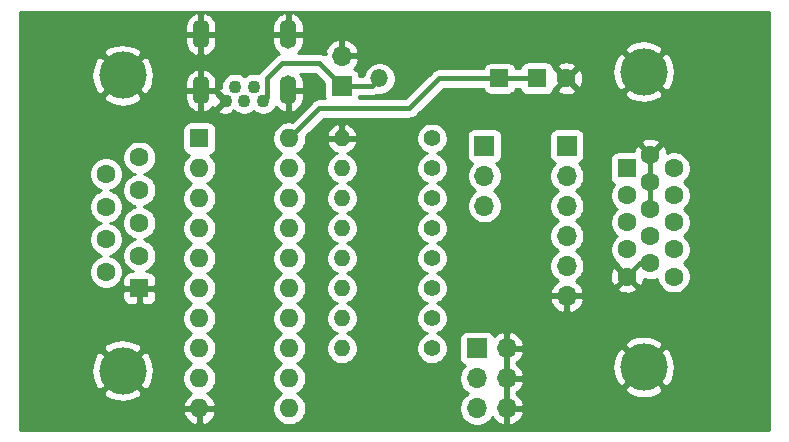
<source format=gbr>
%TF.GenerationSoftware,KiCad,Pcbnew,5.1.7*%
%TF.CreationDate,2020-11-23T19:28:01+01:00*%
%TF.ProjectId,mce-adapter,6d63652d-6164-4617-9074-65722e6b6963,0.7*%
%TF.SameCoordinates,Original*%
%TF.FileFunction,Copper,L2,Bot*%
%TF.FilePolarity,Positive*%
%FSLAX46Y46*%
G04 Gerber Fmt 4.6, Leading zero omitted, Abs format (unit mm)*
G04 Created by KiCad (PCBNEW 5.1.7) date 2020-11-23 19:28:01*
%MOMM*%
%LPD*%
G01*
G04 APERTURE LIST*
%TA.AperFunction,ComponentPad*%
%ADD10O,1.400000X2.500000*%
%TD*%
%TA.AperFunction,ComponentPad*%
%ADD11C,1.100000*%
%TD*%
%TA.AperFunction,ComponentPad*%
%ADD12C,4.000000*%
%TD*%
%TA.AperFunction,ComponentPad*%
%ADD13C,1.600000*%
%TD*%
%TA.AperFunction,ComponentPad*%
%ADD14R,1.600000X1.600000*%
%TD*%
%TA.AperFunction,ComponentPad*%
%ADD15O,1.700000X1.700000*%
%TD*%
%TA.AperFunction,ComponentPad*%
%ADD16R,1.700000X1.700000*%
%TD*%
%TA.AperFunction,ComponentPad*%
%ADD17O,1.400000X1.400000*%
%TD*%
%TA.AperFunction,ComponentPad*%
%ADD18C,1.400000*%
%TD*%
%TA.AperFunction,ComponentPad*%
%ADD19O,1.500000X1.500000*%
%TD*%
%TA.AperFunction,ComponentPad*%
%ADD20R,1.500000X1.500000*%
%TD*%
%TA.AperFunction,ComponentPad*%
%ADD21O,1.600000X1.600000*%
%TD*%
%TA.AperFunction,Conductor*%
%ADD22C,0.450000*%
%TD*%
%TA.AperFunction,Conductor*%
%ADD23C,0.254000*%
%TD*%
%TA.AperFunction,Conductor*%
%ADD24C,0.100000*%
%TD*%
G04 APERTURE END LIST*
D10*
%TO.P,PWR1,6*%
%TO.N,GND*%
X126475000Y-86425000D03*
X133875000Y-86425000D03*
X133875000Y-91175000D03*
X126475000Y-91175000D03*
D11*
%TO.P,PWR1,4*%
%TO.N,N/C*%
X129375000Y-90875000D03*
%TO.P,PWR1,2*%
X130975000Y-90875000D03*
%TO.P,PWR1,1*%
%TO.N,Net-(D1-Pad2)*%
X131775000Y-92075000D03*
%TO.P,PWR1,5*%
%TO.N,GND*%
X128575000Y-92075000D03*
%TO.P,PWR1,3*%
%TO.N,N/C*%
X130175000Y-92075000D03*
%TD*%
D12*
%TO.P,VIDEO_OUT1,0*%
%TO.N,GND*%
X163980000Y-89605000D03*
X163980000Y-114605000D03*
D13*
%TO.P,VIDEO_OUT1,15*%
%TO.N,N/C*%
X166520000Y-106950000D03*
%TO.P,VIDEO_OUT1,14*%
%TO.N,V_IN*%
X166520000Y-104660000D03*
%TO.P,VIDEO_OUT1,13*%
%TO.N,H_OUT*%
X166520000Y-102370000D03*
%TO.P,VIDEO_OUT1,12*%
%TO.N,N/C*%
X166520000Y-100080000D03*
%TO.P,VIDEO_OUT1,11*%
X166520000Y-97790000D03*
%TO.P,VIDEO_OUT1,10*%
%TO.N,GND*%
X164540000Y-105805000D03*
%TO.P,VIDEO_OUT1,9*%
%TO.N,N/C*%
X164540000Y-103515000D03*
%TO.P,VIDEO_OUT1,8*%
%TO.N,GND*%
X164540000Y-101225000D03*
%TO.P,VIDEO_OUT1,7*%
X164540000Y-98935000D03*
%TO.P,VIDEO_OUT1,6*%
X164540000Y-96645000D03*
%TO.P,VIDEO_OUT1,5*%
X162560000Y-106950000D03*
%TO.P,VIDEO_OUT1,4*%
%TO.N,N/C*%
X162560000Y-104660000D03*
%TO.P,VIDEO_OUT1,3*%
%TO.N,B_OUT*%
X162560000Y-102370000D03*
%TO.P,VIDEO_OUT1,2*%
%TO.N,G_OUT*%
X162560000Y-100080000D03*
D14*
%TO.P,VIDEO_OUT1,1*%
%TO.N,R_OUT*%
X162560000Y-97790000D03*
%TD*%
D15*
%TO.P,JP1-3,6*%
%TO.N,GND*%
X152400000Y-118110000D03*
%TO.P,JP1-3,5*%
%TO.N,SW3_IN*%
X149860000Y-118110000D03*
%TO.P,JP1-3,4*%
%TO.N,GND*%
X152400000Y-115570000D03*
%TO.P,JP1-3,3*%
%TO.N,SW2_IN*%
X149860000Y-115570000D03*
%TO.P,JP1-3,2*%
%TO.N,GND*%
X152400000Y-113030000D03*
D16*
%TO.P,JP1-3,1*%
%TO.N,SW1_IN*%
X149860000Y-113030000D03*
%TD*%
D17*
%TO.P,R7,2*%
%TO.N,Net-(R7-Pad2)*%
X138430000Y-97790000D03*
D18*
%TO.P,R7,1*%
%TO.N,S_OUT*%
X146050000Y-97790000D03*
%TD*%
D19*
%TO.P,D1,2*%
%TO.N,Net-(D1-Pad2)*%
X141605000Y-90170000D03*
D20*
%TO.P,D1,1*%
%TO.N,Net-(C1-Pad1)*%
X151765000Y-90170000D03*
%TD*%
D15*
%TO.P,JP4,3*%
%TO.N,H_IN*%
X150495000Y-100965000D03*
%TO.P,JP4,2*%
%TO.N,H_OUT*%
X150495000Y-98425000D03*
D16*
%TO.P,JP4,1*%
%TO.N,S_OUT*%
X150495000Y-95885000D03*
%TD*%
D15*
%TO.P,PWR2,2*%
%TO.N,GND*%
X138430000Y-88265000D03*
D16*
%TO.P,PWR2,1*%
%TO.N,Net-(D1-Pad2)*%
X138430000Y-90805000D03*
%TD*%
D13*
%TO.P,C1,2*%
%TO.N,GND*%
X157440000Y-90170000D03*
D14*
%TO.P,C1,1*%
%TO.N,Net-(C1-Pad1)*%
X154940000Y-90170000D03*
%TD*%
D21*
%TO.P,U1,20*%
%TO.N,Net-(C1-Pad1)*%
X133985000Y-95250000D03*
%TO.P,U1,10*%
%TO.N,GND*%
X126365000Y-118110000D03*
%TO.P,U1,19*%
%TO.N,Net-(R7-Pad2)*%
X133985000Y-97790000D03*
%TO.P,U1,9*%
%TO.N,SW3_IN*%
X126365000Y-115570000D03*
%TO.P,U1,18*%
%TO.N,Net-(R1-Pad2)*%
X133985000Y-100330000D03*
%TO.P,U1,8*%
%TO.N,IG_IN*%
X126365000Y-113030000D03*
%TO.P,U1,17*%
%TO.N,Net-(R4-Pad2)*%
X133985000Y-102870000D03*
%TO.P,U1,7*%
%TO.N,IR_IN*%
X126365000Y-110490000D03*
%TO.P,U1,16*%
%TO.N,Net-(R2-Pad2)*%
X133985000Y-105410000D03*
%TO.P,U1,6*%
%TO.N,IB_IN*%
X126365000Y-107950000D03*
%TO.P,U1,15*%
%TO.N,Net-(R5-Pad2)*%
X133985000Y-107950000D03*
%TO.P,U1,5*%
%TO.N,R_IN*%
X126365000Y-105410000D03*
%TO.P,U1,14*%
%TO.N,Net-(R3-Pad2)*%
X133985000Y-110490000D03*
%TO.P,U1,4*%
%TO.N,H_IN*%
X126365000Y-102870000D03*
%TO.P,U1,13*%
%TO.N,Net-(R6-Pad2)*%
X133985000Y-113030000D03*
%TO.P,U1,3*%
%TO.N,G_IN*%
X126365000Y-100330000D03*
%TO.P,U1,12*%
%TO.N,SW1_IN*%
X133985000Y-115570000D03*
%TO.P,U1,2*%
%TO.N,V_IN*%
X126365000Y-97790000D03*
%TO.P,U1,11*%
%TO.N,SW2_IN*%
X133985000Y-118110000D03*
D14*
%TO.P,U1,1*%
%TO.N,B_IN*%
X126365000Y-95250000D03*
%TD*%
D12*
%TO.P,VIDEO_IN1,0*%
%TO.N,GND*%
X119865000Y-114910000D03*
X119865000Y-89910000D03*
D13*
%TO.P,VIDEO_IN1,9*%
%TO.N,V_IN*%
X118445000Y-98255000D03*
%TO.P,VIDEO_IN1,8*%
%TO.N,H_IN*%
X118445000Y-101025000D03*
%TO.P,VIDEO_IN1,7*%
%TO.N,IB_IN*%
X118445000Y-103795000D03*
%TO.P,VIDEO_IN1,6*%
%TO.N,IG_IN*%
X118445000Y-106565000D03*
%TO.P,VIDEO_IN1,5*%
%TO.N,B_IN*%
X121285000Y-96870000D03*
%TO.P,VIDEO_IN1,4*%
%TO.N,G_IN*%
X121285000Y-99640000D03*
%TO.P,VIDEO_IN1,3*%
%TO.N,R_IN*%
X121285000Y-102410000D03*
%TO.P,VIDEO_IN1,2*%
%TO.N,IR_IN*%
X121285000Y-105180000D03*
D14*
%TO.P,VIDEO_IN1,1*%
%TO.N,GND*%
X121285000Y-107950000D03*
%TD*%
D17*
%TO.P,R6,2*%
%TO.N,Net-(R6-Pad2)*%
X138430000Y-113030000D03*
D18*
%TO.P,R6,1*%
%TO.N,B_OUT*%
X146050000Y-113030000D03*
%TD*%
D17*
%TO.P,R5,2*%
%TO.N,Net-(R5-Pad2)*%
X138430000Y-107950000D03*
D18*
%TO.P,R5,1*%
%TO.N,G_OUT*%
X146050000Y-107950000D03*
%TD*%
D17*
%TO.P,R4,2*%
%TO.N,Net-(R4-Pad2)*%
X138430000Y-102870000D03*
D18*
%TO.P,R4,1*%
%TO.N,R_OUT*%
X146050000Y-102870000D03*
%TD*%
D17*
%TO.P,R8,2*%
%TO.N,GND*%
X138430000Y-95250000D03*
D18*
%TO.P,R8,1*%
%TO.N,S_OUT*%
X146050000Y-95250000D03*
%TD*%
D17*
%TO.P,R3,2*%
%TO.N,Net-(R3-Pad2)*%
X138430000Y-110490000D03*
D18*
%TO.P,R3,1*%
%TO.N,B_OUT*%
X146050000Y-110490000D03*
%TD*%
D17*
%TO.P,R2,2*%
%TO.N,Net-(R2-Pad2)*%
X138430000Y-105410000D03*
D18*
%TO.P,R2,1*%
%TO.N,G_OUT*%
X146050000Y-105410000D03*
%TD*%
D17*
%TO.P,R1,2*%
%TO.N,Net-(R1-Pad2)*%
X138430000Y-100330000D03*
D18*
%TO.P,R1,1*%
%TO.N,R_OUT*%
X146050000Y-100330000D03*
%TD*%
D15*
%TO.P,H1,6*%
%TO.N,GND*%
X157480000Y-108585000D03*
%TO.P,H1,5*%
%TO.N,B_OUT*%
X157480000Y-106045000D03*
%TO.P,H1,4*%
%TO.N,G_OUT*%
X157480000Y-103505000D03*
%TO.P,H1,3*%
%TO.N,R_OUT*%
X157480000Y-100965000D03*
%TO.P,H1,2*%
%TO.N,H_OUT*%
X157480000Y-98425000D03*
D16*
%TO.P,H1,1*%
%TO.N,V_IN*%
X157480000Y-95885000D03*
%TD*%
D22*
%TO.N,GND*%
X164540000Y-96645000D02*
X164540000Y-98935000D01*
X164540000Y-98935000D02*
X164540000Y-101225000D01*
X163705000Y-105805000D02*
X162560000Y-106950000D01*
X164540000Y-105805000D02*
X163705000Y-105805000D01*
%TO.N,Net-(D1-Pad2)*%
X132080000Y-90170000D02*
X133350000Y-88900000D01*
X136525000Y-88900000D02*
X138430000Y-90805000D01*
X133350000Y-88900000D02*
X136525000Y-88900000D01*
X140970000Y-90805000D02*
X141605000Y-90170000D01*
X138430000Y-90805000D02*
X140970000Y-90805000D01*
X132080000Y-91770000D02*
X131775000Y-92075000D01*
X132080000Y-90170000D02*
X132080000Y-91770000D01*
%TO.N,Net-(C1-Pad1)*%
X151765000Y-90170000D02*
X154940000Y-90170000D01*
X151765000Y-90170000D02*
X146685000Y-90170000D01*
X146685000Y-90170000D02*
X144145000Y-92710000D01*
X144145000Y-92710000D02*
X136525000Y-92710000D01*
X136525000Y-92710000D02*
X133985000Y-95250000D01*
%TD*%
D23*
%TO.N,GND*%
X174550001Y-119940000D02*
X111200000Y-119940000D01*
X111200000Y-118459039D01*
X124973096Y-118459039D01*
X125013754Y-118593087D01*
X125133963Y-118847420D01*
X125301481Y-119073414D01*
X125509869Y-119262385D01*
X125751119Y-119407070D01*
X126015960Y-119501909D01*
X126238000Y-119380624D01*
X126238000Y-118237000D01*
X126492000Y-118237000D01*
X126492000Y-119380624D01*
X126714040Y-119501909D01*
X126978881Y-119407070D01*
X127220131Y-119262385D01*
X127428519Y-119073414D01*
X127596037Y-118847420D01*
X127716246Y-118593087D01*
X127756904Y-118459039D01*
X127634915Y-118237000D01*
X126492000Y-118237000D01*
X126238000Y-118237000D01*
X125095085Y-118237000D01*
X124973096Y-118459039D01*
X111200000Y-118459039D01*
X111200000Y-116757499D01*
X118197106Y-116757499D01*
X118413228Y-117124258D01*
X118873105Y-117364938D01*
X119371098Y-117511275D01*
X119888071Y-117557648D01*
X120404159Y-117502273D01*
X120899526Y-117347279D01*
X121316772Y-117124258D01*
X121532894Y-116757499D01*
X119865000Y-115089605D01*
X118197106Y-116757499D01*
X111200000Y-116757499D01*
X111200000Y-114933071D01*
X117217352Y-114933071D01*
X117272727Y-115449159D01*
X117427721Y-115944526D01*
X117650742Y-116361772D01*
X118017501Y-116577894D01*
X119685395Y-114910000D01*
X120044605Y-114910000D01*
X121712499Y-116577894D01*
X122079258Y-116361772D01*
X122319938Y-115901895D01*
X122466275Y-115403902D01*
X122512648Y-114886929D01*
X122457273Y-114370841D01*
X122302279Y-113875474D01*
X122079258Y-113458228D01*
X121712499Y-113242106D01*
X120044605Y-114910000D01*
X119685395Y-114910000D01*
X118017501Y-113242106D01*
X117650742Y-113458228D01*
X117410062Y-113918105D01*
X117263725Y-114416098D01*
X117217352Y-114933071D01*
X111200000Y-114933071D01*
X111200000Y-113062501D01*
X118197106Y-113062501D01*
X119865000Y-114730395D01*
X121532894Y-113062501D01*
X121316772Y-112695742D01*
X120856895Y-112455062D01*
X120358902Y-112308725D01*
X119841929Y-112262352D01*
X119325841Y-112317727D01*
X118830474Y-112472721D01*
X118413228Y-112695742D01*
X118197106Y-113062501D01*
X111200000Y-113062501D01*
X111200000Y-108750000D01*
X119846928Y-108750000D01*
X119859188Y-108874482D01*
X119895498Y-108994180D01*
X119954463Y-109104494D01*
X120033815Y-109201185D01*
X120130506Y-109280537D01*
X120240820Y-109339502D01*
X120360518Y-109375812D01*
X120485000Y-109388072D01*
X120999250Y-109385000D01*
X121158000Y-109226250D01*
X121158000Y-108077000D01*
X121412000Y-108077000D01*
X121412000Y-109226250D01*
X121570750Y-109385000D01*
X122085000Y-109388072D01*
X122209482Y-109375812D01*
X122329180Y-109339502D01*
X122439494Y-109280537D01*
X122536185Y-109201185D01*
X122615537Y-109104494D01*
X122674502Y-108994180D01*
X122710812Y-108874482D01*
X122723072Y-108750000D01*
X122720000Y-108235750D01*
X122561250Y-108077000D01*
X121412000Y-108077000D01*
X121158000Y-108077000D01*
X120008750Y-108077000D01*
X119850000Y-108235750D01*
X119846928Y-108750000D01*
X111200000Y-108750000D01*
X111200000Y-98113665D01*
X117010000Y-98113665D01*
X117010000Y-98396335D01*
X117065147Y-98673574D01*
X117173320Y-98934727D01*
X117330363Y-99169759D01*
X117530241Y-99369637D01*
X117765273Y-99526680D01*
X118026426Y-99634853D01*
X118052301Y-99640000D01*
X118026426Y-99645147D01*
X117765273Y-99753320D01*
X117530241Y-99910363D01*
X117330363Y-100110241D01*
X117173320Y-100345273D01*
X117065147Y-100606426D01*
X117010000Y-100883665D01*
X117010000Y-101166335D01*
X117065147Y-101443574D01*
X117173320Y-101704727D01*
X117330363Y-101939759D01*
X117530241Y-102139637D01*
X117765273Y-102296680D01*
X118026426Y-102404853D01*
X118052301Y-102410000D01*
X118026426Y-102415147D01*
X117765273Y-102523320D01*
X117530241Y-102680363D01*
X117330363Y-102880241D01*
X117173320Y-103115273D01*
X117065147Y-103376426D01*
X117010000Y-103653665D01*
X117010000Y-103936335D01*
X117065147Y-104213574D01*
X117173320Y-104474727D01*
X117330363Y-104709759D01*
X117530241Y-104909637D01*
X117765273Y-105066680D01*
X118026426Y-105174853D01*
X118052301Y-105180000D01*
X118026426Y-105185147D01*
X117765273Y-105293320D01*
X117530241Y-105450363D01*
X117330363Y-105650241D01*
X117173320Y-105885273D01*
X117065147Y-106146426D01*
X117010000Y-106423665D01*
X117010000Y-106706335D01*
X117065147Y-106983574D01*
X117173320Y-107244727D01*
X117330363Y-107479759D01*
X117530241Y-107679637D01*
X117765273Y-107836680D01*
X118026426Y-107944853D01*
X118303665Y-108000000D01*
X118586335Y-108000000D01*
X118863574Y-107944853D01*
X119124727Y-107836680D01*
X119359759Y-107679637D01*
X119559637Y-107479759D01*
X119716680Y-107244727D01*
X119755917Y-107150000D01*
X119846928Y-107150000D01*
X119850000Y-107664250D01*
X120008750Y-107823000D01*
X121158000Y-107823000D01*
X121158000Y-107803000D01*
X121412000Y-107803000D01*
X121412000Y-107823000D01*
X122561250Y-107823000D01*
X122720000Y-107664250D01*
X122723072Y-107150000D01*
X122710812Y-107025518D01*
X122674502Y-106905820D01*
X122615537Y-106795506D01*
X122536185Y-106698815D01*
X122439494Y-106619463D01*
X122329180Y-106560498D01*
X122209482Y-106524188D01*
X122085000Y-106511928D01*
X121815387Y-106513539D01*
X121964727Y-106451680D01*
X122199759Y-106294637D01*
X122399637Y-106094759D01*
X122556680Y-105859727D01*
X122664853Y-105598574D01*
X122720000Y-105321335D01*
X122720000Y-105038665D01*
X122664853Y-104761426D01*
X122556680Y-104500273D01*
X122399637Y-104265241D01*
X122199759Y-104065363D01*
X121964727Y-103908320D01*
X121703574Y-103800147D01*
X121677699Y-103795000D01*
X121703574Y-103789853D01*
X121964727Y-103681680D01*
X122199759Y-103524637D01*
X122399637Y-103324759D01*
X122556680Y-103089727D01*
X122664853Y-102828574D01*
X122720000Y-102551335D01*
X122720000Y-102268665D01*
X122664853Y-101991426D01*
X122556680Y-101730273D01*
X122399637Y-101495241D01*
X122199759Y-101295363D01*
X121964727Y-101138320D01*
X121703574Y-101030147D01*
X121677699Y-101025000D01*
X121703574Y-101019853D01*
X121964727Y-100911680D01*
X122199759Y-100754637D01*
X122399637Y-100554759D01*
X122556680Y-100319727D01*
X122664853Y-100058574D01*
X122720000Y-99781335D01*
X122720000Y-99498665D01*
X122664853Y-99221426D01*
X122556680Y-98960273D01*
X122399637Y-98725241D01*
X122199759Y-98525363D01*
X121964727Y-98368320D01*
X121703574Y-98260147D01*
X121677699Y-98255000D01*
X121703574Y-98249853D01*
X121964727Y-98141680D01*
X122199759Y-97984637D01*
X122399637Y-97784759D01*
X122556680Y-97549727D01*
X122664853Y-97288574D01*
X122720000Y-97011335D01*
X122720000Y-96728665D01*
X122664853Y-96451426D01*
X122556680Y-96190273D01*
X122399637Y-95955241D01*
X122199759Y-95755363D01*
X121964727Y-95598320D01*
X121703574Y-95490147D01*
X121426335Y-95435000D01*
X121143665Y-95435000D01*
X120866426Y-95490147D01*
X120605273Y-95598320D01*
X120370241Y-95755363D01*
X120170363Y-95955241D01*
X120013320Y-96190273D01*
X119905147Y-96451426D01*
X119850000Y-96728665D01*
X119850000Y-97011335D01*
X119905147Y-97288574D01*
X120013320Y-97549727D01*
X120170363Y-97784759D01*
X120370241Y-97984637D01*
X120605273Y-98141680D01*
X120866426Y-98249853D01*
X120892301Y-98255000D01*
X120866426Y-98260147D01*
X120605273Y-98368320D01*
X120370241Y-98525363D01*
X120170363Y-98725241D01*
X120013320Y-98960273D01*
X119905147Y-99221426D01*
X119850000Y-99498665D01*
X119850000Y-99781335D01*
X119905147Y-100058574D01*
X120013320Y-100319727D01*
X120170363Y-100554759D01*
X120370241Y-100754637D01*
X120605273Y-100911680D01*
X120866426Y-101019853D01*
X120892301Y-101025000D01*
X120866426Y-101030147D01*
X120605273Y-101138320D01*
X120370241Y-101295363D01*
X120170363Y-101495241D01*
X120013320Y-101730273D01*
X119905147Y-101991426D01*
X119850000Y-102268665D01*
X119850000Y-102551335D01*
X119905147Y-102828574D01*
X120013320Y-103089727D01*
X120170363Y-103324759D01*
X120370241Y-103524637D01*
X120605273Y-103681680D01*
X120866426Y-103789853D01*
X120892301Y-103795000D01*
X120866426Y-103800147D01*
X120605273Y-103908320D01*
X120370241Y-104065363D01*
X120170363Y-104265241D01*
X120013320Y-104500273D01*
X119905147Y-104761426D01*
X119850000Y-105038665D01*
X119850000Y-105321335D01*
X119905147Y-105598574D01*
X120013320Y-105859727D01*
X120170363Y-106094759D01*
X120370241Y-106294637D01*
X120605273Y-106451680D01*
X120754613Y-106513539D01*
X120485000Y-106511928D01*
X120360518Y-106524188D01*
X120240820Y-106560498D01*
X120130506Y-106619463D01*
X120033815Y-106698815D01*
X119954463Y-106795506D01*
X119895498Y-106905820D01*
X119859188Y-107025518D01*
X119846928Y-107150000D01*
X119755917Y-107150000D01*
X119824853Y-106983574D01*
X119880000Y-106706335D01*
X119880000Y-106423665D01*
X119824853Y-106146426D01*
X119716680Y-105885273D01*
X119559637Y-105650241D01*
X119359759Y-105450363D01*
X119124727Y-105293320D01*
X118863574Y-105185147D01*
X118837699Y-105180000D01*
X118863574Y-105174853D01*
X119124727Y-105066680D01*
X119359759Y-104909637D01*
X119559637Y-104709759D01*
X119716680Y-104474727D01*
X119824853Y-104213574D01*
X119880000Y-103936335D01*
X119880000Y-103653665D01*
X119824853Y-103376426D01*
X119716680Y-103115273D01*
X119559637Y-102880241D01*
X119359759Y-102680363D01*
X119124727Y-102523320D01*
X118863574Y-102415147D01*
X118837699Y-102410000D01*
X118863574Y-102404853D01*
X119124727Y-102296680D01*
X119359759Y-102139637D01*
X119559637Y-101939759D01*
X119716680Y-101704727D01*
X119824853Y-101443574D01*
X119880000Y-101166335D01*
X119880000Y-100883665D01*
X119824853Y-100606426D01*
X119716680Y-100345273D01*
X119559637Y-100110241D01*
X119359759Y-99910363D01*
X119124727Y-99753320D01*
X118863574Y-99645147D01*
X118837699Y-99640000D01*
X118863574Y-99634853D01*
X119124727Y-99526680D01*
X119359759Y-99369637D01*
X119559637Y-99169759D01*
X119716680Y-98934727D01*
X119824853Y-98673574D01*
X119880000Y-98396335D01*
X119880000Y-98113665D01*
X119824853Y-97836426D01*
X119716680Y-97575273D01*
X119559637Y-97340241D01*
X119359759Y-97140363D01*
X119124727Y-96983320D01*
X118863574Y-96875147D01*
X118586335Y-96820000D01*
X118303665Y-96820000D01*
X118026426Y-96875147D01*
X117765273Y-96983320D01*
X117530241Y-97140363D01*
X117330363Y-97340241D01*
X117173320Y-97575273D01*
X117065147Y-97836426D01*
X117010000Y-98113665D01*
X111200000Y-98113665D01*
X111200000Y-94450000D01*
X124926928Y-94450000D01*
X124926928Y-96050000D01*
X124939188Y-96174482D01*
X124975498Y-96294180D01*
X125034463Y-96404494D01*
X125113815Y-96501185D01*
X125210506Y-96580537D01*
X125320820Y-96639502D01*
X125440518Y-96675812D01*
X125448961Y-96676643D01*
X125250363Y-96875241D01*
X125093320Y-97110273D01*
X124985147Y-97371426D01*
X124930000Y-97648665D01*
X124930000Y-97931335D01*
X124985147Y-98208574D01*
X125093320Y-98469727D01*
X125250363Y-98704759D01*
X125450241Y-98904637D01*
X125682759Y-99060000D01*
X125450241Y-99215363D01*
X125250363Y-99415241D01*
X125093320Y-99650273D01*
X124985147Y-99911426D01*
X124930000Y-100188665D01*
X124930000Y-100471335D01*
X124985147Y-100748574D01*
X125093320Y-101009727D01*
X125250363Y-101244759D01*
X125450241Y-101444637D01*
X125682759Y-101600000D01*
X125450241Y-101755363D01*
X125250363Y-101955241D01*
X125093320Y-102190273D01*
X124985147Y-102451426D01*
X124930000Y-102728665D01*
X124930000Y-103011335D01*
X124985147Y-103288574D01*
X125093320Y-103549727D01*
X125250363Y-103784759D01*
X125450241Y-103984637D01*
X125682759Y-104140000D01*
X125450241Y-104295363D01*
X125250363Y-104495241D01*
X125093320Y-104730273D01*
X124985147Y-104991426D01*
X124930000Y-105268665D01*
X124930000Y-105551335D01*
X124985147Y-105828574D01*
X125093320Y-106089727D01*
X125250363Y-106324759D01*
X125450241Y-106524637D01*
X125682759Y-106680000D01*
X125450241Y-106835363D01*
X125250363Y-107035241D01*
X125093320Y-107270273D01*
X124985147Y-107531426D01*
X124930000Y-107808665D01*
X124930000Y-108091335D01*
X124985147Y-108368574D01*
X125093320Y-108629727D01*
X125250363Y-108864759D01*
X125450241Y-109064637D01*
X125682759Y-109220000D01*
X125450241Y-109375363D01*
X125250363Y-109575241D01*
X125093320Y-109810273D01*
X124985147Y-110071426D01*
X124930000Y-110348665D01*
X124930000Y-110631335D01*
X124985147Y-110908574D01*
X125093320Y-111169727D01*
X125250363Y-111404759D01*
X125450241Y-111604637D01*
X125682759Y-111760000D01*
X125450241Y-111915363D01*
X125250363Y-112115241D01*
X125093320Y-112350273D01*
X124985147Y-112611426D01*
X124930000Y-112888665D01*
X124930000Y-113171335D01*
X124985147Y-113448574D01*
X125093320Y-113709727D01*
X125250363Y-113944759D01*
X125450241Y-114144637D01*
X125682759Y-114300000D01*
X125450241Y-114455363D01*
X125250363Y-114655241D01*
X125093320Y-114890273D01*
X124985147Y-115151426D01*
X124930000Y-115428665D01*
X124930000Y-115711335D01*
X124985147Y-115988574D01*
X125093320Y-116249727D01*
X125250363Y-116484759D01*
X125450241Y-116684637D01*
X125685273Y-116841680D01*
X125695865Y-116846067D01*
X125509869Y-116957615D01*
X125301481Y-117146586D01*
X125133963Y-117372580D01*
X125013754Y-117626913D01*
X124973096Y-117760961D01*
X125095085Y-117983000D01*
X126238000Y-117983000D01*
X126238000Y-117963000D01*
X126492000Y-117963000D01*
X126492000Y-117983000D01*
X127634915Y-117983000D01*
X127756904Y-117760961D01*
X127716246Y-117626913D01*
X127596037Y-117372580D01*
X127428519Y-117146586D01*
X127220131Y-116957615D01*
X127034135Y-116846067D01*
X127044727Y-116841680D01*
X127279759Y-116684637D01*
X127479637Y-116484759D01*
X127636680Y-116249727D01*
X127744853Y-115988574D01*
X127800000Y-115711335D01*
X127800000Y-115428665D01*
X127744853Y-115151426D01*
X127636680Y-114890273D01*
X127479637Y-114655241D01*
X127279759Y-114455363D01*
X127047241Y-114300000D01*
X127279759Y-114144637D01*
X127479637Y-113944759D01*
X127636680Y-113709727D01*
X127744853Y-113448574D01*
X127800000Y-113171335D01*
X127800000Y-112888665D01*
X127744853Y-112611426D01*
X127636680Y-112350273D01*
X127479637Y-112115241D01*
X127279759Y-111915363D01*
X127047241Y-111760000D01*
X127279759Y-111604637D01*
X127479637Y-111404759D01*
X127636680Y-111169727D01*
X127744853Y-110908574D01*
X127800000Y-110631335D01*
X127800000Y-110348665D01*
X127744853Y-110071426D01*
X127636680Y-109810273D01*
X127479637Y-109575241D01*
X127279759Y-109375363D01*
X127047241Y-109220000D01*
X127279759Y-109064637D01*
X127479637Y-108864759D01*
X127636680Y-108629727D01*
X127744853Y-108368574D01*
X127800000Y-108091335D01*
X127800000Y-107808665D01*
X127744853Y-107531426D01*
X127636680Y-107270273D01*
X127479637Y-107035241D01*
X127279759Y-106835363D01*
X127047241Y-106680000D01*
X127279759Y-106524637D01*
X127479637Y-106324759D01*
X127636680Y-106089727D01*
X127744853Y-105828574D01*
X127800000Y-105551335D01*
X127800000Y-105268665D01*
X127744853Y-104991426D01*
X127636680Y-104730273D01*
X127479637Y-104495241D01*
X127279759Y-104295363D01*
X127047241Y-104140000D01*
X127279759Y-103984637D01*
X127479637Y-103784759D01*
X127636680Y-103549727D01*
X127744853Y-103288574D01*
X127800000Y-103011335D01*
X127800000Y-102728665D01*
X127744853Y-102451426D01*
X127636680Y-102190273D01*
X127479637Y-101955241D01*
X127279759Y-101755363D01*
X127047241Y-101600000D01*
X127279759Y-101444637D01*
X127479637Y-101244759D01*
X127636680Y-101009727D01*
X127744853Y-100748574D01*
X127800000Y-100471335D01*
X127800000Y-100188665D01*
X127744853Y-99911426D01*
X127636680Y-99650273D01*
X127479637Y-99415241D01*
X127279759Y-99215363D01*
X127047241Y-99060000D01*
X127279759Y-98904637D01*
X127479637Y-98704759D01*
X127636680Y-98469727D01*
X127744853Y-98208574D01*
X127800000Y-97931335D01*
X127800000Y-97648665D01*
X127744853Y-97371426D01*
X127636680Y-97110273D01*
X127479637Y-96875241D01*
X127281039Y-96676643D01*
X127289482Y-96675812D01*
X127409180Y-96639502D01*
X127519494Y-96580537D01*
X127616185Y-96501185D01*
X127695537Y-96404494D01*
X127754502Y-96294180D01*
X127790812Y-96174482D01*
X127803072Y-96050000D01*
X127803072Y-94450000D01*
X127790812Y-94325518D01*
X127754502Y-94205820D01*
X127695537Y-94095506D01*
X127616185Y-93998815D01*
X127519494Y-93919463D01*
X127409180Y-93860498D01*
X127289482Y-93824188D01*
X127165000Y-93811928D01*
X125565000Y-93811928D01*
X125440518Y-93824188D01*
X125320820Y-93860498D01*
X125210506Y-93919463D01*
X125113815Y-93998815D01*
X125034463Y-94095506D01*
X124975498Y-94205820D01*
X124939188Y-94325518D01*
X124926928Y-94450000D01*
X111200000Y-94450000D01*
X111200000Y-91757499D01*
X118197106Y-91757499D01*
X118413228Y-92124258D01*
X118873105Y-92364938D01*
X119371098Y-92511275D01*
X119888071Y-92557648D01*
X120404159Y-92502273D01*
X120899526Y-92347279D01*
X121316772Y-92124258D01*
X121532894Y-91757499D01*
X119865000Y-90089605D01*
X118197106Y-91757499D01*
X111200000Y-91757499D01*
X111200000Y-89933071D01*
X117217352Y-89933071D01*
X117272727Y-90449159D01*
X117427721Y-90944526D01*
X117650742Y-91361772D01*
X118017501Y-91577894D01*
X119685395Y-89910000D01*
X120044605Y-89910000D01*
X121712499Y-91577894D01*
X122079258Y-91361772D01*
X122110540Y-91302000D01*
X125140000Y-91302000D01*
X125140000Y-91852000D01*
X125190428Y-92110005D01*
X125290221Y-92353215D01*
X125435545Y-92572283D01*
X125620815Y-92758790D01*
X125838910Y-92905569D01*
X126081450Y-93006980D01*
X126141671Y-93017716D01*
X126348000Y-92894374D01*
X126348000Y-91302000D01*
X126602000Y-91302000D01*
X126602000Y-92894374D01*
X126808329Y-93017716D01*
X126868550Y-93006980D01*
X127111090Y-92905569D01*
X127329185Y-92758790D01*
X127501241Y-92585585D01*
X127508192Y-92603934D01*
X127542522Y-92668159D01*
X127761021Y-92709374D01*
X128395395Y-92075000D01*
X127810000Y-91489605D01*
X127810000Y-91302000D01*
X126602000Y-91302000D01*
X126348000Y-91302000D01*
X125140000Y-91302000D01*
X122110540Y-91302000D01*
X122131986Y-91261021D01*
X127940626Y-91261021D01*
X128575000Y-91895395D01*
X128589143Y-91881253D01*
X128768748Y-92060858D01*
X128754605Y-92075000D01*
X128768748Y-92089143D01*
X128589143Y-92268748D01*
X128575000Y-92254605D01*
X127940626Y-92888979D01*
X127981841Y-93107478D01*
X128194665Y-93203359D01*
X128422105Y-93255878D01*
X128655421Y-93263016D01*
X128885646Y-93224500D01*
X129103934Y-93141808D01*
X129168159Y-93107478D01*
X129209374Y-92888982D01*
X129326737Y-93006345D01*
X129378619Y-92954463D01*
X129419606Y-92995450D01*
X129613692Y-93125134D01*
X129829348Y-93214461D01*
X130058288Y-93260000D01*
X130291712Y-93260000D01*
X130520652Y-93214461D01*
X130736308Y-93125134D01*
X130930394Y-92995450D01*
X130975000Y-92950844D01*
X131019606Y-92995450D01*
X131213692Y-93125134D01*
X131429348Y-93214461D01*
X131658288Y-93260000D01*
X131891712Y-93260000D01*
X132120652Y-93214461D01*
X132336308Y-93125134D01*
X132530394Y-92995450D01*
X132695450Y-92830394D01*
X132825134Y-92636308D01*
X132846913Y-92583727D01*
X133020815Y-92758790D01*
X133238910Y-92905569D01*
X133481450Y-93006980D01*
X133541671Y-93017716D01*
X133748000Y-92894374D01*
X133748000Y-91302000D01*
X134002000Y-91302000D01*
X134002000Y-92894374D01*
X134208329Y-93017716D01*
X134268550Y-93006980D01*
X134511090Y-92905569D01*
X134729185Y-92758790D01*
X134914455Y-92572283D01*
X135059779Y-92353215D01*
X135159572Y-92110005D01*
X135210000Y-91852000D01*
X135210000Y-91302000D01*
X134002000Y-91302000D01*
X133748000Y-91302000D01*
X133728000Y-91302000D01*
X133728000Y-91048000D01*
X133748000Y-91048000D01*
X133748000Y-91028000D01*
X134002000Y-91028000D01*
X134002000Y-91048000D01*
X135210000Y-91048000D01*
X135210000Y-90498000D01*
X135159572Y-90239995D01*
X135059779Y-89996785D01*
X134914455Y-89777717D01*
X134896856Y-89760000D01*
X136168777Y-89760000D01*
X136941928Y-90533152D01*
X136941928Y-91655000D01*
X136954188Y-91779482D01*
X136975579Y-91850000D01*
X136567238Y-91850000D01*
X136524999Y-91845840D01*
X136482760Y-91850000D01*
X136482754Y-91850000D01*
X136387538Y-91859378D01*
X136356409Y-91862444D01*
X136280950Y-91885335D01*
X136194300Y-91911619D01*
X136044898Y-91991476D01*
X135913946Y-92098946D01*
X135887012Y-92131765D01*
X134190928Y-93827849D01*
X134126335Y-93815000D01*
X133843665Y-93815000D01*
X133566426Y-93870147D01*
X133305273Y-93978320D01*
X133070241Y-94135363D01*
X132870363Y-94335241D01*
X132713320Y-94570273D01*
X132605147Y-94831426D01*
X132550000Y-95108665D01*
X132550000Y-95391335D01*
X132605147Y-95668574D01*
X132713320Y-95929727D01*
X132870363Y-96164759D01*
X133070241Y-96364637D01*
X133302759Y-96520000D01*
X133070241Y-96675363D01*
X132870363Y-96875241D01*
X132713320Y-97110273D01*
X132605147Y-97371426D01*
X132550000Y-97648665D01*
X132550000Y-97931335D01*
X132605147Y-98208574D01*
X132713320Y-98469727D01*
X132870363Y-98704759D01*
X133070241Y-98904637D01*
X133302759Y-99060000D01*
X133070241Y-99215363D01*
X132870363Y-99415241D01*
X132713320Y-99650273D01*
X132605147Y-99911426D01*
X132550000Y-100188665D01*
X132550000Y-100471335D01*
X132605147Y-100748574D01*
X132713320Y-101009727D01*
X132870363Y-101244759D01*
X133070241Y-101444637D01*
X133302759Y-101600000D01*
X133070241Y-101755363D01*
X132870363Y-101955241D01*
X132713320Y-102190273D01*
X132605147Y-102451426D01*
X132550000Y-102728665D01*
X132550000Y-103011335D01*
X132605147Y-103288574D01*
X132713320Y-103549727D01*
X132870363Y-103784759D01*
X133070241Y-103984637D01*
X133302759Y-104140000D01*
X133070241Y-104295363D01*
X132870363Y-104495241D01*
X132713320Y-104730273D01*
X132605147Y-104991426D01*
X132550000Y-105268665D01*
X132550000Y-105551335D01*
X132605147Y-105828574D01*
X132713320Y-106089727D01*
X132870363Y-106324759D01*
X133070241Y-106524637D01*
X133302759Y-106680000D01*
X133070241Y-106835363D01*
X132870363Y-107035241D01*
X132713320Y-107270273D01*
X132605147Y-107531426D01*
X132550000Y-107808665D01*
X132550000Y-108091335D01*
X132605147Y-108368574D01*
X132713320Y-108629727D01*
X132870363Y-108864759D01*
X133070241Y-109064637D01*
X133302759Y-109220000D01*
X133070241Y-109375363D01*
X132870363Y-109575241D01*
X132713320Y-109810273D01*
X132605147Y-110071426D01*
X132550000Y-110348665D01*
X132550000Y-110631335D01*
X132605147Y-110908574D01*
X132713320Y-111169727D01*
X132870363Y-111404759D01*
X133070241Y-111604637D01*
X133302759Y-111760000D01*
X133070241Y-111915363D01*
X132870363Y-112115241D01*
X132713320Y-112350273D01*
X132605147Y-112611426D01*
X132550000Y-112888665D01*
X132550000Y-113171335D01*
X132605147Y-113448574D01*
X132713320Y-113709727D01*
X132870363Y-113944759D01*
X133070241Y-114144637D01*
X133302759Y-114300000D01*
X133070241Y-114455363D01*
X132870363Y-114655241D01*
X132713320Y-114890273D01*
X132605147Y-115151426D01*
X132550000Y-115428665D01*
X132550000Y-115711335D01*
X132605147Y-115988574D01*
X132713320Y-116249727D01*
X132870363Y-116484759D01*
X133070241Y-116684637D01*
X133302759Y-116840000D01*
X133070241Y-116995363D01*
X132870363Y-117195241D01*
X132713320Y-117430273D01*
X132605147Y-117691426D01*
X132550000Y-117968665D01*
X132550000Y-118251335D01*
X132605147Y-118528574D01*
X132713320Y-118789727D01*
X132870363Y-119024759D01*
X133070241Y-119224637D01*
X133305273Y-119381680D01*
X133566426Y-119489853D01*
X133843665Y-119545000D01*
X134126335Y-119545000D01*
X134403574Y-119489853D01*
X134664727Y-119381680D01*
X134899759Y-119224637D01*
X135099637Y-119024759D01*
X135256680Y-118789727D01*
X135364853Y-118528574D01*
X135420000Y-118251335D01*
X135420000Y-117968665D01*
X135364853Y-117691426D01*
X135256680Y-117430273D01*
X135099637Y-117195241D01*
X134899759Y-116995363D01*
X134667241Y-116840000D01*
X134899759Y-116684637D01*
X135099637Y-116484759D01*
X135256680Y-116249727D01*
X135364853Y-115988574D01*
X135420000Y-115711335D01*
X135420000Y-115428665D01*
X135364853Y-115151426D01*
X135256680Y-114890273D01*
X135099637Y-114655241D01*
X134899759Y-114455363D01*
X134667241Y-114300000D01*
X134899759Y-114144637D01*
X135099637Y-113944759D01*
X135256680Y-113709727D01*
X135364853Y-113448574D01*
X135420000Y-113171335D01*
X135420000Y-112888665D01*
X135364853Y-112611426D01*
X135256680Y-112350273D01*
X135099637Y-112115241D01*
X134899759Y-111915363D01*
X134667241Y-111760000D01*
X134899759Y-111604637D01*
X135099637Y-111404759D01*
X135256680Y-111169727D01*
X135364853Y-110908574D01*
X135420000Y-110631335D01*
X135420000Y-110348665D01*
X135364853Y-110071426D01*
X135256680Y-109810273D01*
X135099637Y-109575241D01*
X134899759Y-109375363D01*
X134667241Y-109220000D01*
X134899759Y-109064637D01*
X135099637Y-108864759D01*
X135256680Y-108629727D01*
X135364853Y-108368574D01*
X135420000Y-108091335D01*
X135420000Y-107808665D01*
X135364853Y-107531426D01*
X135256680Y-107270273D01*
X135099637Y-107035241D01*
X134899759Y-106835363D01*
X134667241Y-106680000D01*
X134899759Y-106524637D01*
X135099637Y-106324759D01*
X135256680Y-106089727D01*
X135364853Y-105828574D01*
X135420000Y-105551335D01*
X135420000Y-105268665D01*
X135364853Y-104991426D01*
X135256680Y-104730273D01*
X135099637Y-104495241D01*
X134899759Y-104295363D01*
X134667241Y-104140000D01*
X134899759Y-103984637D01*
X135099637Y-103784759D01*
X135256680Y-103549727D01*
X135364853Y-103288574D01*
X135420000Y-103011335D01*
X135420000Y-102728665D01*
X135364853Y-102451426D01*
X135256680Y-102190273D01*
X135099637Y-101955241D01*
X134899759Y-101755363D01*
X134667241Y-101600000D01*
X134899759Y-101444637D01*
X135099637Y-101244759D01*
X135256680Y-101009727D01*
X135364853Y-100748574D01*
X135420000Y-100471335D01*
X135420000Y-100188665D01*
X135364853Y-99911426D01*
X135256680Y-99650273D01*
X135099637Y-99415241D01*
X134899759Y-99215363D01*
X134667241Y-99060000D01*
X134899759Y-98904637D01*
X135099637Y-98704759D01*
X135256680Y-98469727D01*
X135364853Y-98208574D01*
X135420000Y-97931335D01*
X135420000Y-97658514D01*
X137095000Y-97658514D01*
X137095000Y-97921486D01*
X137146304Y-98179405D01*
X137246939Y-98422359D01*
X137393038Y-98641013D01*
X137578987Y-98826962D01*
X137797641Y-98973061D01*
X138007530Y-99060000D01*
X137797641Y-99146939D01*
X137578987Y-99293038D01*
X137393038Y-99478987D01*
X137246939Y-99697641D01*
X137146304Y-99940595D01*
X137095000Y-100198514D01*
X137095000Y-100461486D01*
X137146304Y-100719405D01*
X137246939Y-100962359D01*
X137393038Y-101181013D01*
X137578987Y-101366962D01*
X137797641Y-101513061D01*
X138007530Y-101600000D01*
X137797641Y-101686939D01*
X137578987Y-101833038D01*
X137393038Y-102018987D01*
X137246939Y-102237641D01*
X137146304Y-102480595D01*
X137095000Y-102738514D01*
X137095000Y-103001486D01*
X137146304Y-103259405D01*
X137246939Y-103502359D01*
X137393038Y-103721013D01*
X137578987Y-103906962D01*
X137797641Y-104053061D01*
X138007530Y-104140000D01*
X137797641Y-104226939D01*
X137578987Y-104373038D01*
X137393038Y-104558987D01*
X137246939Y-104777641D01*
X137146304Y-105020595D01*
X137095000Y-105278514D01*
X137095000Y-105541486D01*
X137146304Y-105799405D01*
X137246939Y-106042359D01*
X137393038Y-106261013D01*
X137578987Y-106446962D01*
X137797641Y-106593061D01*
X138007530Y-106680000D01*
X137797641Y-106766939D01*
X137578987Y-106913038D01*
X137393038Y-107098987D01*
X137246939Y-107317641D01*
X137146304Y-107560595D01*
X137095000Y-107818514D01*
X137095000Y-108081486D01*
X137146304Y-108339405D01*
X137246939Y-108582359D01*
X137393038Y-108801013D01*
X137578987Y-108986962D01*
X137797641Y-109133061D01*
X138007530Y-109220000D01*
X137797641Y-109306939D01*
X137578987Y-109453038D01*
X137393038Y-109638987D01*
X137246939Y-109857641D01*
X137146304Y-110100595D01*
X137095000Y-110358514D01*
X137095000Y-110621486D01*
X137146304Y-110879405D01*
X137246939Y-111122359D01*
X137393038Y-111341013D01*
X137578987Y-111526962D01*
X137797641Y-111673061D01*
X138007530Y-111760000D01*
X137797641Y-111846939D01*
X137578987Y-111993038D01*
X137393038Y-112178987D01*
X137246939Y-112397641D01*
X137146304Y-112640595D01*
X137095000Y-112898514D01*
X137095000Y-113161486D01*
X137146304Y-113419405D01*
X137246939Y-113662359D01*
X137393038Y-113881013D01*
X137578987Y-114066962D01*
X137797641Y-114213061D01*
X138040595Y-114313696D01*
X138298514Y-114365000D01*
X138561486Y-114365000D01*
X138819405Y-114313696D01*
X139062359Y-114213061D01*
X139281013Y-114066962D01*
X139466962Y-113881013D01*
X139613061Y-113662359D01*
X139713696Y-113419405D01*
X139765000Y-113161486D01*
X139765000Y-112898514D01*
X139713696Y-112640595D01*
X139613061Y-112397641D01*
X139466962Y-112178987D01*
X139281013Y-111993038D01*
X139062359Y-111846939D01*
X138852470Y-111760000D01*
X139062359Y-111673061D01*
X139281013Y-111526962D01*
X139466962Y-111341013D01*
X139613061Y-111122359D01*
X139713696Y-110879405D01*
X139765000Y-110621486D01*
X139765000Y-110358514D01*
X139713696Y-110100595D01*
X139613061Y-109857641D01*
X139466962Y-109638987D01*
X139281013Y-109453038D01*
X139062359Y-109306939D01*
X138852470Y-109220000D01*
X139062359Y-109133061D01*
X139281013Y-108986962D01*
X139466962Y-108801013D01*
X139613061Y-108582359D01*
X139713696Y-108339405D01*
X139765000Y-108081486D01*
X139765000Y-107818514D01*
X139713696Y-107560595D01*
X139613061Y-107317641D01*
X139466962Y-107098987D01*
X139281013Y-106913038D01*
X139062359Y-106766939D01*
X138852470Y-106680000D01*
X139062359Y-106593061D01*
X139281013Y-106446962D01*
X139466962Y-106261013D01*
X139613061Y-106042359D01*
X139713696Y-105799405D01*
X139765000Y-105541486D01*
X139765000Y-105278514D01*
X139713696Y-105020595D01*
X139613061Y-104777641D01*
X139466962Y-104558987D01*
X139281013Y-104373038D01*
X139062359Y-104226939D01*
X138852470Y-104140000D01*
X139062359Y-104053061D01*
X139281013Y-103906962D01*
X139466962Y-103721013D01*
X139613061Y-103502359D01*
X139713696Y-103259405D01*
X139765000Y-103001486D01*
X139765000Y-102738514D01*
X139713696Y-102480595D01*
X139613061Y-102237641D01*
X139466962Y-102018987D01*
X139281013Y-101833038D01*
X139062359Y-101686939D01*
X138852470Y-101600000D01*
X139062359Y-101513061D01*
X139281013Y-101366962D01*
X139466962Y-101181013D01*
X139613061Y-100962359D01*
X139713696Y-100719405D01*
X139765000Y-100461486D01*
X139765000Y-100198514D01*
X139713696Y-99940595D01*
X139613061Y-99697641D01*
X139466962Y-99478987D01*
X139281013Y-99293038D01*
X139062359Y-99146939D01*
X138852470Y-99060000D01*
X139062359Y-98973061D01*
X139281013Y-98826962D01*
X139466962Y-98641013D01*
X139613061Y-98422359D01*
X139713696Y-98179405D01*
X139765000Y-97921486D01*
X139765000Y-97658514D01*
X139713696Y-97400595D01*
X139613061Y-97157641D01*
X139466962Y-96938987D01*
X139281013Y-96753038D01*
X139062359Y-96606939D01*
X138839813Y-96514757D01*
X139009123Y-96452853D01*
X139232660Y-96316759D01*
X139425351Y-96139670D01*
X139579792Y-95928392D01*
X139690047Y-95691044D01*
X139722716Y-95583329D01*
X139599374Y-95377000D01*
X138557000Y-95377000D01*
X138557000Y-95397000D01*
X138303000Y-95397000D01*
X138303000Y-95377000D01*
X137260626Y-95377000D01*
X137137284Y-95583329D01*
X137169953Y-95691044D01*
X137280208Y-95928392D01*
X137434649Y-96139670D01*
X137627340Y-96316759D01*
X137850877Y-96452853D01*
X138020187Y-96514757D01*
X137797641Y-96606939D01*
X137578987Y-96753038D01*
X137393038Y-96938987D01*
X137246939Y-97157641D01*
X137146304Y-97400595D01*
X137095000Y-97658514D01*
X135420000Y-97658514D01*
X135420000Y-97648665D01*
X135364853Y-97371426D01*
X135256680Y-97110273D01*
X135099637Y-96875241D01*
X134899759Y-96675363D01*
X134667241Y-96520000D01*
X134899759Y-96364637D01*
X135099637Y-96164759D01*
X135256680Y-95929727D01*
X135364853Y-95668574D01*
X135420000Y-95391335D01*
X135420000Y-95108665D01*
X135407151Y-95044072D01*
X135534552Y-94916671D01*
X137137284Y-94916671D01*
X137260626Y-95123000D01*
X138303000Y-95123000D01*
X138303000Y-94079799D01*
X138557000Y-94079799D01*
X138557000Y-95123000D01*
X139599374Y-95123000D01*
X139602055Y-95118514D01*
X144715000Y-95118514D01*
X144715000Y-95381486D01*
X144766304Y-95639405D01*
X144866939Y-95882359D01*
X145013038Y-96101013D01*
X145198987Y-96286962D01*
X145417641Y-96433061D01*
X145627530Y-96520000D01*
X145417641Y-96606939D01*
X145198987Y-96753038D01*
X145013038Y-96938987D01*
X144866939Y-97157641D01*
X144766304Y-97400595D01*
X144715000Y-97658514D01*
X144715000Y-97921486D01*
X144766304Y-98179405D01*
X144866939Y-98422359D01*
X145013038Y-98641013D01*
X145198987Y-98826962D01*
X145417641Y-98973061D01*
X145627530Y-99060000D01*
X145417641Y-99146939D01*
X145198987Y-99293038D01*
X145013038Y-99478987D01*
X144866939Y-99697641D01*
X144766304Y-99940595D01*
X144715000Y-100198514D01*
X144715000Y-100461486D01*
X144766304Y-100719405D01*
X144866939Y-100962359D01*
X145013038Y-101181013D01*
X145198987Y-101366962D01*
X145417641Y-101513061D01*
X145627530Y-101600000D01*
X145417641Y-101686939D01*
X145198987Y-101833038D01*
X145013038Y-102018987D01*
X144866939Y-102237641D01*
X144766304Y-102480595D01*
X144715000Y-102738514D01*
X144715000Y-103001486D01*
X144766304Y-103259405D01*
X144866939Y-103502359D01*
X145013038Y-103721013D01*
X145198987Y-103906962D01*
X145417641Y-104053061D01*
X145627530Y-104140000D01*
X145417641Y-104226939D01*
X145198987Y-104373038D01*
X145013038Y-104558987D01*
X144866939Y-104777641D01*
X144766304Y-105020595D01*
X144715000Y-105278514D01*
X144715000Y-105541486D01*
X144766304Y-105799405D01*
X144866939Y-106042359D01*
X145013038Y-106261013D01*
X145198987Y-106446962D01*
X145417641Y-106593061D01*
X145627530Y-106680000D01*
X145417641Y-106766939D01*
X145198987Y-106913038D01*
X145013038Y-107098987D01*
X144866939Y-107317641D01*
X144766304Y-107560595D01*
X144715000Y-107818514D01*
X144715000Y-108081486D01*
X144766304Y-108339405D01*
X144866939Y-108582359D01*
X145013038Y-108801013D01*
X145198987Y-108986962D01*
X145417641Y-109133061D01*
X145627530Y-109220000D01*
X145417641Y-109306939D01*
X145198987Y-109453038D01*
X145013038Y-109638987D01*
X144866939Y-109857641D01*
X144766304Y-110100595D01*
X144715000Y-110358514D01*
X144715000Y-110621486D01*
X144766304Y-110879405D01*
X144866939Y-111122359D01*
X145013038Y-111341013D01*
X145198987Y-111526962D01*
X145417641Y-111673061D01*
X145627530Y-111760000D01*
X145417641Y-111846939D01*
X145198987Y-111993038D01*
X145013038Y-112178987D01*
X144866939Y-112397641D01*
X144766304Y-112640595D01*
X144715000Y-112898514D01*
X144715000Y-113161486D01*
X144766304Y-113419405D01*
X144866939Y-113662359D01*
X145013038Y-113881013D01*
X145198987Y-114066962D01*
X145417641Y-114213061D01*
X145660595Y-114313696D01*
X145918514Y-114365000D01*
X146181486Y-114365000D01*
X146439405Y-114313696D01*
X146682359Y-114213061D01*
X146901013Y-114066962D01*
X147086962Y-113881013D01*
X147233061Y-113662359D01*
X147333696Y-113419405D01*
X147385000Y-113161486D01*
X147385000Y-112898514D01*
X147333696Y-112640595D01*
X147233061Y-112397641D01*
X147087639Y-112180000D01*
X148371928Y-112180000D01*
X148371928Y-113880000D01*
X148384188Y-114004482D01*
X148420498Y-114124180D01*
X148479463Y-114234494D01*
X148558815Y-114331185D01*
X148655506Y-114410537D01*
X148765820Y-114469502D01*
X148838380Y-114491513D01*
X148706525Y-114623368D01*
X148544010Y-114866589D01*
X148432068Y-115136842D01*
X148375000Y-115423740D01*
X148375000Y-115716260D01*
X148432068Y-116003158D01*
X148544010Y-116273411D01*
X148706525Y-116516632D01*
X148913368Y-116723475D01*
X149087760Y-116840000D01*
X148913368Y-116956525D01*
X148706525Y-117163368D01*
X148544010Y-117406589D01*
X148432068Y-117676842D01*
X148375000Y-117963740D01*
X148375000Y-118256260D01*
X148432068Y-118543158D01*
X148544010Y-118813411D01*
X148706525Y-119056632D01*
X148913368Y-119263475D01*
X149156589Y-119425990D01*
X149426842Y-119537932D01*
X149713740Y-119595000D01*
X150006260Y-119595000D01*
X150293158Y-119537932D01*
X150563411Y-119425990D01*
X150806632Y-119263475D01*
X151013475Y-119056632D01*
X151131100Y-118880594D01*
X151302412Y-119110269D01*
X151518645Y-119305178D01*
X151768748Y-119454157D01*
X152043109Y-119551481D01*
X152273000Y-119430814D01*
X152273000Y-118237000D01*
X152527000Y-118237000D01*
X152527000Y-119430814D01*
X152756891Y-119551481D01*
X153031252Y-119454157D01*
X153281355Y-119305178D01*
X153497588Y-119110269D01*
X153671641Y-118876920D01*
X153796825Y-118614099D01*
X153841476Y-118466890D01*
X153720155Y-118237000D01*
X152527000Y-118237000D01*
X152273000Y-118237000D01*
X152253000Y-118237000D01*
X152253000Y-117983000D01*
X152273000Y-117983000D01*
X152273000Y-115697000D01*
X152527000Y-115697000D01*
X152527000Y-117983000D01*
X153720155Y-117983000D01*
X153841476Y-117753110D01*
X153796825Y-117605901D01*
X153671641Y-117343080D01*
X153497588Y-117109731D01*
X153281355Y-116914822D01*
X153155745Y-116840000D01*
X153281355Y-116765178D01*
X153497588Y-116570269D01*
X153585431Y-116452499D01*
X162312106Y-116452499D01*
X162528228Y-116819258D01*
X162988105Y-117059938D01*
X163486098Y-117206275D01*
X164003071Y-117252648D01*
X164519159Y-117197273D01*
X165014526Y-117042279D01*
X165431772Y-116819258D01*
X165647894Y-116452499D01*
X163980000Y-114784605D01*
X162312106Y-116452499D01*
X153585431Y-116452499D01*
X153671641Y-116336920D01*
X153796825Y-116074099D01*
X153841476Y-115926890D01*
X153720155Y-115697000D01*
X152527000Y-115697000D01*
X152273000Y-115697000D01*
X152253000Y-115697000D01*
X152253000Y-115443000D01*
X152273000Y-115443000D01*
X152273000Y-113157000D01*
X152527000Y-113157000D01*
X152527000Y-115443000D01*
X153720155Y-115443000D01*
X153841476Y-115213110D01*
X153796825Y-115065901D01*
X153671641Y-114803080D01*
X153541104Y-114628071D01*
X161332352Y-114628071D01*
X161387727Y-115144159D01*
X161542721Y-115639526D01*
X161765742Y-116056772D01*
X162132501Y-116272894D01*
X163800395Y-114605000D01*
X164159605Y-114605000D01*
X165827499Y-116272894D01*
X166194258Y-116056772D01*
X166434938Y-115596895D01*
X166581275Y-115098902D01*
X166627648Y-114581929D01*
X166572273Y-114065841D01*
X166417279Y-113570474D01*
X166194258Y-113153228D01*
X165827499Y-112937106D01*
X164159605Y-114605000D01*
X163800395Y-114605000D01*
X162132501Y-112937106D01*
X161765742Y-113153228D01*
X161525062Y-113613105D01*
X161378725Y-114111098D01*
X161332352Y-114628071D01*
X153541104Y-114628071D01*
X153497588Y-114569731D01*
X153281355Y-114374822D01*
X153155745Y-114300000D01*
X153281355Y-114225178D01*
X153497588Y-114030269D01*
X153671641Y-113796920D01*
X153796825Y-113534099D01*
X153841476Y-113386890D01*
X153720155Y-113157000D01*
X152527000Y-113157000D01*
X152273000Y-113157000D01*
X152253000Y-113157000D01*
X152253000Y-112903000D01*
X152273000Y-112903000D01*
X152273000Y-111709186D01*
X152527000Y-111709186D01*
X152527000Y-112903000D01*
X153720155Y-112903000D01*
X153796939Y-112757501D01*
X162312106Y-112757501D01*
X163980000Y-114425395D01*
X165647894Y-112757501D01*
X165431772Y-112390742D01*
X164971895Y-112150062D01*
X164473902Y-112003725D01*
X163956929Y-111957352D01*
X163440841Y-112012727D01*
X162945474Y-112167721D01*
X162528228Y-112390742D01*
X162312106Y-112757501D01*
X153796939Y-112757501D01*
X153841476Y-112673110D01*
X153796825Y-112525901D01*
X153671641Y-112263080D01*
X153497588Y-112029731D01*
X153281355Y-111834822D01*
X153031252Y-111685843D01*
X152756891Y-111588519D01*
X152527000Y-111709186D01*
X152273000Y-111709186D01*
X152043109Y-111588519D01*
X151768748Y-111685843D01*
X151518645Y-111834822D01*
X151322498Y-112011626D01*
X151299502Y-111935820D01*
X151240537Y-111825506D01*
X151161185Y-111728815D01*
X151064494Y-111649463D01*
X150954180Y-111590498D01*
X150834482Y-111554188D01*
X150710000Y-111541928D01*
X149010000Y-111541928D01*
X148885518Y-111554188D01*
X148765820Y-111590498D01*
X148655506Y-111649463D01*
X148558815Y-111728815D01*
X148479463Y-111825506D01*
X148420498Y-111935820D01*
X148384188Y-112055518D01*
X148371928Y-112180000D01*
X147087639Y-112180000D01*
X147086962Y-112178987D01*
X146901013Y-111993038D01*
X146682359Y-111846939D01*
X146472470Y-111760000D01*
X146682359Y-111673061D01*
X146901013Y-111526962D01*
X147086962Y-111341013D01*
X147233061Y-111122359D01*
X147333696Y-110879405D01*
X147385000Y-110621486D01*
X147385000Y-110358514D01*
X147333696Y-110100595D01*
X147233061Y-109857641D01*
X147086962Y-109638987D01*
X146901013Y-109453038D01*
X146682359Y-109306939D01*
X146472470Y-109220000D01*
X146682359Y-109133061D01*
X146901013Y-108986962D01*
X146946085Y-108941890D01*
X156038524Y-108941890D01*
X156083175Y-109089099D01*
X156208359Y-109351920D01*
X156382412Y-109585269D01*
X156598645Y-109780178D01*
X156848748Y-109929157D01*
X157123109Y-110026481D01*
X157353000Y-109905814D01*
X157353000Y-108712000D01*
X157607000Y-108712000D01*
X157607000Y-109905814D01*
X157836891Y-110026481D01*
X158111252Y-109929157D01*
X158361355Y-109780178D01*
X158577588Y-109585269D01*
X158751641Y-109351920D01*
X158876825Y-109089099D01*
X158921476Y-108941890D01*
X158800155Y-108712000D01*
X157607000Y-108712000D01*
X157353000Y-108712000D01*
X156159845Y-108712000D01*
X156038524Y-108941890D01*
X146946085Y-108941890D01*
X147086962Y-108801013D01*
X147233061Y-108582359D01*
X147333696Y-108339405D01*
X147385000Y-108081486D01*
X147385000Y-107818514D01*
X147333696Y-107560595D01*
X147233061Y-107317641D01*
X147086962Y-107098987D01*
X146901013Y-106913038D01*
X146682359Y-106766939D01*
X146472470Y-106680000D01*
X146682359Y-106593061D01*
X146901013Y-106446962D01*
X147086962Y-106261013D01*
X147233061Y-106042359D01*
X147333696Y-105799405D01*
X147385000Y-105541486D01*
X147385000Y-105278514D01*
X147333696Y-105020595D01*
X147233061Y-104777641D01*
X147086962Y-104558987D01*
X146901013Y-104373038D01*
X146682359Y-104226939D01*
X146472470Y-104140000D01*
X146682359Y-104053061D01*
X146901013Y-103906962D01*
X147086962Y-103721013D01*
X147233061Y-103502359D01*
X147333696Y-103259405D01*
X147385000Y-103001486D01*
X147385000Y-102738514D01*
X147333696Y-102480595D01*
X147233061Y-102237641D01*
X147086962Y-102018987D01*
X146901013Y-101833038D01*
X146682359Y-101686939D01*
X146472470Y-101600000D01*
X146682359Y-101513061D01*
X146901013Y-101366962D01*
X147086962Y-101181013D01*
X147233061Y-100962359D01*
X147333696Y-100719405D01*
X147385000Y-100461486D01*
X147385000Y-100198514D01*
X147333696Y-99940595D01*
X147233061Y-99697641D01*
X147086962Y-99478987D01*
X146901013Y-99293038D01*
X146682359Y-99146939D01*
X146472470Y-99060000D01*
X146682359Y-98973061D01*
X146901013Y-98826962D01*
X147086962Y-98641013D01*
X147233061Y-98422359D01*
X147333696Y-98179405D01*
X147385000Y-97921486D01*
X147385000Y-97658514D01*
X147333696Y-97400595D01*
X147233061Y-97157641D01*
X147086962Y-96938987D01*
X146901013Y-96753038D01*
X146682359Y-96606939D01*
X146472470Y-96520000D01*
X146682359Y-96433061D01*
X146901013Y-96286962D01*
X147086962Y-96101013D01*
X147233061Y-95882359D01*
X147333696Y-95639405D01*
X147385000Y-95381486D01*
X147385000Y-95118514D01*
X147368388Y-95035000D01*
X149006928Y-95035000D01*
X149006928Y-96735000D01*
X149019188Y-96859482D01*
X149055498Y-96979180D01*
X149114463Y-97089494D01*
X149193815Y-97186185D01*
X149290506Y-97265537D01*
X149400820Y-97324502D01*
X149473380Y-97346513D01*
X149341525Y-97478368D01*
X149179010Y-97721589D01*
X149067068Y-97991842D01*
X149010000Y-98278740D01*
X149010000Y-98571260D01*
X149067068Y-98858158D01*
X149179010Y-99128411D01*
X149341525Y-99371632D01*
X149548368Y-99578475D01*
X149722760Y-99695000D01*
X149548368Y-99811525D01*
X149341525Y-100018368D01*
X149179010Y-100261589D01*
X149067068Y-100531842D01*
X149010000Y-100818740D01*
X149010000Y-101111260D01*
X149067068Y-101398158D01*
X149179010Y-101668411D01*
X149341525Y-101911632D01*
X149548368Y-102118475D01*
X149791589Y-102280990D01*
X150061842Y-102392932D01*
X150348740Y-102450000D01*
X150641260Y-102450000D01*
X150928158Y-102392932D01*
X151198411Y-102280990D01*
X151441632Y-102118475D01*
X151648475Y-101911632D01*
X151810990Y-101668411D01*
X151922932Y-101398158D01*
X151980000Y-101111260D01*
X151980000Y-100818740D01*
X151922932Y-100531842D01*
X151810990Y-100261589D01*
X151648475Y-100018368D01*
X151441632Y-99811525D01*
X151267240Y-99695000D01*
X151441632Y-99578475D01*
X151648475Y-99371632D01*
X151810990Y-99128411D01*
X151922932Y-98858158D01*
X151980000Y-98571260D01*
X151980000Y-98278740D01*
X151922932Y-97991842D01*
X151810990Y-97721589D01*
X151648475Y-97478368D01*
X151516620Y-97346513D01*
X151589180Y-97324502D01*
X151699494Y-97265537D01*
X151796185Y-97186185D01*
X151875537Y-97089494D01*
X151934502Y-96979180D01*
X151970812Y-96859482D01*
X151983072Y-96735000D01*
X151983072Y-95035000D01*
X155991928Y-95035000D01*
X155991928Y-96735000D01*
X156004188Y-96859482D01*
X156040498Y-96979180D01*
X156099463Y-97089494D01*
X156178815Y-97186185D01*
X156275506Y-97265537D01*
X156385820Y-97324502D01*
X156458380Y-97346513D01*
X156326525Y-97478368D01*
X156164010Y-97721589D01*
X156052068Y-97991842D01*
X155995000Y-98278740D01*
X155995000Y-98571260D01*
X156052068Y-98858158D01*
X156164010Y-99128411D01*
X156326525Y-99371632D01*
X156533368Y-99578475D01*
X156707760Y-99695000D01*
X156533368Y-99811525D01*
X156326525Y-100018368D01*
X156164010Y-100261589D01*
X156052068Y-100531842D01*
X155995000Y-100818740D01*
X155995000Y-101111260D01*
X156052068Y-101398158D01*
X156164010Y-101668411D01*
X156326525Y-101911632D01*
X156533368Y-102118475D01*
X156707760Y-102235000D01*
X156533368Y-102351525D01*
X156326525Y-102558368D01*
X156164010Y-102801589D01*
X156052068Y-103071842D01*
X155995000Y-103358740D01*
X155995000Y-103651260D01*
X156052068Y-103938158D01*
X156164010Y-104208411D01*
X156326525Y-104451632D01*
X156533368Y-104658475D01*
X156707760Y-104775000D01*
X156533368Y-104891525D01*
X156326525Y-105098368D01*
X156164010Y-105341589D01*
X156052068Y-105611842D01*
X155995000Y-105898740D01*
X155995000Y-106191260D01*
X156052068Y-106478158D01*
X156164010Y-106748411D01*
X156326525Y-106991632D01*
X156533368Y-107198475D01*
X156715534Y-107320195D01*
X156598645Y-107389822D01*
X156382412Y-107584731D01*
X156208359Y-107818080D01*
X156083175Y-108080901D01*
X156038524Y-108228110D01*
X156159845Y-108458000D01*
X157353000Y-108458000D01*
X157353000Y-108438000D01*
X157607000Y-108438000D01*
X157607000Y-108458000D01*
X158800155Y-108458000D01*
X158921476Y-108228110D01*
X158876825Y-108080901D01*
X158811000Y-107942702D01*
X161746903Y-107942702D01*
X161818486Y-108186671D01*
X162073996Y-108307571D01*
X162348184Y-108376300D01*
X162630512Y-108390217D01*
X162910130Y-108348787D01*
X163176292Y-108253603D01*
X163301514Y-108186671D01*
X163373097Y-107942702D01*
X162560000Y-107129605D01*
X161746903Y-107942702D01*
X158811000Y-107942702D01*
X158751641Y-107818080D01*
X158577588Y-107584731D01*
X158361355Y-107389822D01*
X158244466Y-107320195D01*
X158426632Y-107198475D01*
X158604595Y-107020512D01*
X161119783Y-107020512D01*
X161161213Y-107300130D01*
X161256397Y-107566292D01*
X161323329Y-107691514D01*
X161567298Y-107763097D01*
X162380395Y-106950000D01*
X161567298Y-106136903D01*
X161323329Y-106208486D01*
X161202429Y-106463996D01*
X161133700Y-106738184D01*
X161119783Y-107020512D01*
X158604595Y-107020512D01*
X158633475Y-106991632D01*
X158795990Y-106748411D01*
X158907932Y-106478158D01*
X158965000Y-106191260D01*
X158965000Y-105898740D01*
X158907932Y-105611842D01*
X158795990Y-105341589D01*
X158633475Y-105098368D01*
X158426632Y-104891525D01*
X158252240Y-104775000D01*
X158426632Y-104658475D01*
X158633475Y-104451632D01*
X158795990Y-104208411D01*
X158907932Y-103938158D01*
X158965000Y-103651260D01*
X158965000Y-103358740D01*
X158907932Y-103071842D01*
X158795990Y-102801589D01*
X158633475Y-102558368D01*
X158426632Y-102351525D01*
X158252240Y-102235000D01*
X158426632Y-102118475D01*
X158633475Y-101911632D01*
X158795990Y-101668411D01*
X158907932Y-101398158D01*
X158965000Y-101111260D01*
X158965000Y-100818740D01*
X158907932Y-100531842D01*
X158795990Y-100261589D01*
X158633475Y-100018368D01*
X158426632Y-99811525D01*
X158252240Y-99695000D01*
X158426632Y-99578475D01*
X158633475Y-99371632D01*
X158795990Y-99128411D01*
X158907932Y-98858158D01*
X158965000Y-98571260D01*
X158965000Y-98278740D01*
X158907932Y-97991842D01*
X158795990Y-97721589D01*
X158633475Y-97478368D01*
X158501620Y-97346513D01*
X158574180Y-97324502D01*
X158684494Y-97265537D01*
X158781185Y-97186185D01*
X158860537Y-97089494D01*
X158913718Y-96990000D01*
X161121928Y-96990000D01*
X161121928Y-98590000D01*
X161134188Y-98714482D01*
X161170498Y-98834180D01*
X161229463Y-98944494D01*
X161308815Y-99041185D01*
X161405506Y-99120537D01*
X161460612Y-99149992D01*
X161445363Y-99165241D01*
X161288320Y-99400273D01*
X161180147Y-99661426D01*
X161125000Y-99938665D01*
X161125000Y-100221335D01*
X161180147Y-100498574D01*
X161288320Y-100759727D01*
X161445363Y-100994759D01*
X161645241Y-101194637D01*
X161690683Y-101225000D01*
X161645241Y-101255363D01*
X161445363Y-101455241D01*
X161288320Y-101690273D01*
X161180147Y-101951426D01*
X161125000Y-102228665D01*
X161125000Y-102511335D01*
X161180147Y-102788574D01*
X161288320Y-103049727D01*
X161445363Y-103284759D01*
X161645241Y-103484637D01*
X161690683Y-103515000D01*
X161645241Y-103545363D01*
X161445363Y-103745241D01*
X161288320Y-103980273D01*
X161180147Y-104241426D01*
X161125000Y-104518665D01*
X161125000Y-104801335D01*
X161180147Y-105078574D01*
X161288320Y-105339727D01*
X161445363Y-105574759D01*
X161645241Y-105774637D01*
X161775049Y-105861372D01*
X161746903Y-105957298D01*
X162560000Y-106770395D01*
X162574143Y-106756253D01*
X162753748Y-106935858D01*
X162739605Y-106950000D01*
X163552702Y-107763097D01*
X163796671Y-107691514D01*
X163917571Y-107436004D01*
X163986300Y-107161816D01*
X163987807Y-107131252D01*
X164053996Y-107162571D01*
X164328184Y-107231300D01*
X164610512Y-107245217D01*
X164890130Y-107203787D01*
X165092941Y-107131258D01*
X165140147Y-107368574D01*
X165248320Y-107629727D01*
X165405363Y-107864759D01*
X165605241Y-108064637D01*
X165840273Y-108221680D01*
X166101426Y-108329853D01*
X166378665Y-108385000D01*
X166661335Y-108385000D01*
X166938574Y-108329853D01*
X167199727Y-108221680D01*
X167434759Y-108064637D01*
X167634637Y-107864759D01*
X167791680Y-107629727D01*
X167899853Y-107368574D01*
X167955000Y-107091335D01*
X167955000Y-106808665D01*
X167899853Y-106531426D01*
X167791680Y-106270273D01*
X167634637Y-106035241D01*
X167434759Y-105835363D01*
X167389317Y-105805000D01*
X167434759Y-105774637D01*
X167634637Y-105574759D01*
X167791680Y-105339727D01*
X167899853Y-105078574D01*
X167955000Y-104801335D01*
X167955000Y-104518665D01*
X167899853Y-104241426D01*
X167791680Y-103980273D01*
X167634637Y-103745241D01*
X167434759Y-103545363D01*
X167389317Y-103515000D01*
X167434759Y-103484637D01*
X167634637Y-103284759D01*
X167791680Y-103049727D01*
X167899853Y-102788574D01*
X167955000Y-102511335D01*
X167955000Y-102228665D01*
X167899853Y-101951426D01*
X167791680Y-101690273D01*
X167634637Y-101455241D01*
X167434759Y-101255363D01*
X167389317Y-101225000D01*
X167434759Y-101194637D01*
X167634637Y-100994759D01*
X167791680Y-100759727D01*
X167899853Y-100498574D01*
X167955000Y-100221335D01*
X167955000Y-99938665D01*
X167899853Y-99661426D01*
X167791680Y-99400273D01*
X167634637Y-99165241D01*
X167434759Y-98965363D01*
X167389317Y-98935000D01*
X167434759Y-98904637D01*
X167634637Y-98704759D01*
X167791680Y-98469727D01*
X167899853Y-98208574D01*
X167955000Y-97931335D01*
X167955000Y-97648665D01*
X167899853Y-97371426D01*
X167791680Y-97110273D01*
X167634637Y-96875241D01*
X167434759Y-96675363D01*
X167199727Y-96518320D01*
X166938574Y-96410147D01*
X166661335Y-96355000D01*
X166378665Y-96355000D01*
X166101426Y-96410147D01*
X165964284Y-96466953D01*
X165938787Y-96294870D01*
X165843603Y-96028708D01*
X165776671Y-95903486D01*
X165532702Y-95831903D01*
X164719605Y-96645000D01*
X164733748Y-96659143D01*
X164554143Y-96838748D01*
X164540000Y-96824605D01*
X164525858Y-96838748D01*
X164346253Y-96659143D01*
X164360395Y-96645000D01*
X163547298Y-95831903D01*
X163303329Y-95903486D01*
X163182429Y-96158996D01*
X163134068Y-96351928D01*
X161760000Y-96351928D01*
X161635518Y-96364188D01*
X161515820Y-96400498D01*
X161405506Y-96459463D01*
X161308815Y-96538815D01*
X161229463Y-96635506D01*
X161170498Y-96745820D01*
X161134188Y-96865518D01*
X161121928Y-96990000D01*
X158913718Y-96990000D01*
X158919502Y-96979180D01*
X158955812Y-96859482D01*
X158968072Y-96735000D01*
X158968072Y-95652298D01*
X163726903Y-95652298D01*
X164540000Y-96465395D01*
X165353097Y-95652298D01*
X165281514Y-95408329D01*
X165026004Y-95287429D01*
X164751816Y-95218700D01*
X164469488Y-95204783D01*
X164189870Y-95246213D01*
X163923708Y-95341397D01*
X163798486Y-95408329D01*
X163726903Y-95652298D01*
X158968072Y-95652298D01*
X158968072Y-95035000D01*
X158955812Y-94910518D01*
X158919502Y-94790820D01*
X158860537Y-94680506D01*
X158781185Y-94583815D01*
X158684494Y-94504463D01*
X158574180Y-94445498D01*
X158454482Y-94409188D01*
X158330000Y-94396928D01*
X156630000Y-94396928D01*
X156505518Y-94409188D01*
X156385820Y-94445498D01*
X156275506Y-94504463D01*
X156178815Y-94583815D01*
X156099463Y-94680506D01*
X156040498Y-94790820D01*
X156004188Y-94910518D01*
X155991928Y-95035000D01*
X151983072Y-95035000D01*
X151970812Y-94910518D01*
X151934502Y-94790820D01*
X151875537Y-94680506D01*
X151796185Y-94583815D01*
X151699494Y-94504463D01*
X151589180Y-94445498D01*
X151469482Y-94409188D01*
X151345000Y-94396928D01*
X149645000Y-94396928D01*
X149520518Y-94409188D01*
X149400820Y-94445498D01*
X149290506Y-94504463D01*
X149193815Y-94583815D01*
X149114463Y-94680506D01*
X149055498Y-94790820D01*
X149019188Y-94910518D01*
X149006928Y-95035000D01*
X147368388Y-95035000D01*
X147333696Y-94860595D01*
X147233061Y-94617641D01*
X147086962Y-94398987D01*
X146901013Y-94213038D01*
X146682359Y-94066939D01*
X146439405Y-93966304D01*
X146181486Y-93915000D01*
X145918514Y-93915000D01*
X145660595Y-93966304D01*
X145417641Y-94066939D01*
X145198987Y-94213038D01*
X145013038Y-94398987D01*
X144866939Y-94617641D01*
X144766304Y-94860595D01*
X144715000Y-95118514D01*
X139602055Y-95118514D01*
X139722716Y-94916671D01*
X139690047Y-94808956D01*
X139579792Y-94571608D01*
X139425351Y-94360330D01*
X139232660Y-94183241D01*
X139009123Y-94047147D01*
X138763330Y-93957278D01*
X138557000Y-94079799D01*
X138303000Y-94079799D01*
X138096670Y-93957278D01*
X137850877Y-94047147D01*
X137627340Y-94183241D01*
X137434649Y-94360330D01*
X137280208Y-94571608D01*
X137169953Y-94808956D01*
X137137284Y-94916671D01*
X135534552Y-94916671D01*
X136881223Y-93570000D01*
X144102761Y-93570000D01*
X144145000Y-93574160D01*
X144187239Y-93570000D01*
X144187246Y-93570000D01*
X144313589Y-93557556D01*
X144475700Y-93508381D01*
X144625102Y-93428524D01*
X144756054Y-93321054D01*
X144782988Y-93288235D01*
X147041223Y-91030000D01*
X150387762Y-91030000D01*
X150389188Y-91044482D01*
X150425498Y-91164180D01*
X150484463Y-91274494D01*
X150563815Y-91371185D01*
X150660506Y-91450537D01*
X150770820Y-91509502D01*
X150890518Y-91545812D01*
X151015000Y-91558072D01*
X152515000Y-91558072D01*
X152639482Y-91545812D01*
X152759180Y-91509502D01*
X152869494Y-91450537D01*
X152966185Y-91371185D01*
X153045537Y-91274494D01*
X153104502Y-91164180D01*
X153140812Y-91044482D01*
X153142238Y-91030000D01*
X153507837Y-91030000D01*
X153514188Y-91094482D01*
X153550498Y-91214180D01*
X153609463Y-91324494D01*
X153688815Y-91421185D01*
X153785506Y-91500537D01*
X153895820Y-91559502D01*
X154015518Y-91595812D01*
X154140000Y-91608072D01*
X155740000Y-91608072D01*
X155864482Y-91595812D01*
X155984180Y-91559502D01*
X156094494Y-91500537D01*
X156191185Y-91421185D01*
X156270537Y-91324494D01*
X156329502Y-91214180D01*
X156345117Y-91162702D01*
X156626903Y-91162702D01*
X156698486Y-91406671D01*
X156953996Y-91527571D01*
X157228184Y-91596300D01*
X157510512Y-91610217D01*
X157790130Y-91568787D01*
X158056292Y-91473603D01*
X158095775Y-91452499D01*
X162312106Y-91452499D01*
X162528228Y-91819258D01*
X162988105Y-92059938D01*
X163486098Y-92206275D01*
X164003071Y-92252648D01*
X164519159Y-92197273D01*
X165014526Y-92042279D01*
X165431772Y-91819258D01*
X165647894Y-91452499D01*
X163980000Y-89784605D01*
X162312106Y-91452499D01*
X158095775Y-91452499D01*
X158181514Y-91406671D01*
X158253097Y-91162702D01*
X157440000Y-90349605D01*
X156626903Y-91162702D01*
X156345117Y-91162702D01*
X156365812Y-91094482D01*
X156378072Y-90970000D01*
X156378072Y-90962785D01*
X156447298Y-90983097D01*
X157260395Y-90170000D01*
X157619605Y-90170000D01*
X158432702Y-90983097D01*
X158676671Y-90911514D01*
X158797571Y-90656004D01*
X158866300Y-90381816D01*
X158880217Y-90099488D01*
X158838787Y-89819870D01*
X158770197Y-89628071D01*
X161332352Y-89628071D01*
X161387727Y-90144159D01*
X161542721Y-90639526D01*
X161765742Y-91056772D01*
X162132501Y-91272894D01*
X163800395Y-89605000D01*
X164159605Y-89605000D01*
X165827499Y-91272894D01*
X166194258Y-91056772D01*
X166434938Y-90596895D01*
X166581275Y-90098902D01*
X166627648Y-89581929D01*
X166572273Y-89065841D01*
X166417279Y-88570474D01*
X166194258Y-88153228D01*
X165827499Y-87937106D01*
X164159605Y-89605000D01*
X163800395Y-89605000D01*
X162132501Y-87937106D01*
X161765742Y-88153228D01*
X161525062Y-88613105D01*
X161378725Y-89111098D01*
X161332352Y-89628071D01*
X158770197Y-89628071D01*
X158743603Y-89553708D01*
X158676671Y-89428486D01*
X158432702Y-89356903D01*
X157619605Y-90170000D01*
X157260395Y-90170000D01*
X156447298Y-89356903D01*
X156378072Y-89377215D01*
X156378072Y-89370000D01*
X156365812Y-89245518D01*
X156345118Y-89177298D01*
X156626903Y-89177298D01*
X157440000Y-89990395D01*
X158253097Y-89177298D01*
X158181514Y-88933329D01*
X157926004Y-88812429D01*
X157651816Y-88743700D01*
X157369488Y-88729783D01*
X157089870Y-88771213D01*
X156823708Y-88866397D01*
X156698486Y-88933329D01*
X156626903Y-89177298D01*
X156345118Y-89177298D01*
X156329502Y-89125820D01*
X156270537Y-89015506D01*
X156191185Y-88918815D01*
X156094494Y-88839463D01*
X155984180Y-88780498D01*
X155864482Y-88744188D01*
X155740000Y-88731928D01*
X154140000Y-88731928D01*
X154015518Y-88744188D01*
X153895820Y-88780498D01*
X153785506Y-88839463D01*
X153688815Y-88918815D01*
X153609463Y-89015506D01*
X153550498Y-89125820D01*
X153514188Y-89245518D01*
X153507837Y-89310000D01*
X153142238Y-89310000D01*
X153140812Y-89295518D01*
X153104502Y-89175820D01*
X153045537Y-89065506D01*
X152966185Y-88968815D01*
X152869494Y-88889463D01*
X152759180Y-88830498D01*
X152639482Y-88794188D01*
X152515000Y-88781928D01*
X151015000Y-88781928D01*
X150890518Y-88794188D01*
X150770820Y-88830498D01*
X150660506Y-88889463D01*
X150563815Y-88968815D01*
X150484463Y-89065506D01*
X150425498Y-89175820D01*
X150389188Y-89295518D01*
X150387762Y-89310000D01*
X146727238Y-89310000D01*
X146684999Y-89305840D01*
X146642760Y-89310000D01*
X146642754Y-89310000D01*
X146547538Y-89319378D01*
X146516409Y-89322444D01*
X146448580Y-89343020D01*
X146354300Y-89371619D01*
X146204898Y-89451476D01*
X146073946Y-89558946D01*
X146047012Y-89591765D01*
X143788777Y-91850000D01*
X139884421Y-91850000D01*
X139905812Y-91779482D01*
X139917087Y-91665000D01*
X140927761Y-91665000D01*
X140970000Y-91669160D01*
X141012239Y-91665000D01*
X141012246Y-91665000D01*
X141138589Y-91652556D01*
X141300700Y-91603381D01*
X141412199Y-91543783D01*
X141468589Y-91555000D01*
X141741411Y-91555000D01*
X142008989Y-91501775D01*
X142261043Y-91397371D01*
X142487886Y-91245799D01*
X142680799Y-91052886D01*
X142832371Y-90826043D01*
X142936775Y-90573989D01*
X142990000Y-90306411D01*
X142990000Y-90033589D01*
X142936775Y-89766011D01*
X142832371Y-89513957D01*
X142680799Y-89287114D01*
X142487886Y-89094201D01*
X142261043Y-88942629D01*
X142008989Y-88838225D01*
X141741411Y-88785000D01*
X141468589Y-88785000D01*
X141201011Y-88838225D01*
X140948957Y-88942629D01*
X140722114Y-89094201D01*
X140529201Y-89287114D01*
X140377629Y-89513957D01*
X140273225Y-89766011D01*
X140237622Y-89945000D01*
X139917087Y-89945000D01*
X139905812Y-89830518D01*
X139869502Y-89710820D01*
X139810537Y-89600506D01*
X139731185Y-89503815D01*
X139634494Y-89424463D01*
X139524180Y-89365498D01*
X139443534Y-89341034D01*
X139527588Y-89265269D01*
X139701641Y-89031920D01*
X139826825Y-88769099D01*
X139871476Y-88621890D01*
X139750155Y-88392000D01*
X138557000Y-88392000D01*
X138557000Y-88412000D01*
X138303000Y-88412000D01*
X138303000Y-88392000D01*
X138283000Y-88392000D01*
X138283000Y-88138000D01*
X138303000Y-88138000D01*
X138303000Y-86944186D01*
X138557000Y-86944186D01*
X138557000Y-88138000D01*
X139750155Y-88138000D01*
X139871476Y-87908110D01*
X139826825Y-87760901D01*
X139825206Y-87757501D01*
X162312106Y-87757501D01*
X163980000Y-89425395D01*
X165647894Y-87757501D01*
X165431772Y-87390742D01*
X164971895Y-87150062D01*
X164473902Y-87003725D01*
X163956929Y-86957352D01*
X163440841Y-87012727D01*
X162945474Y-87167721D01*
X162528228Y-87390742D01*
X162312106Y-87757501D01*
X139825206Y-87757501D01*
X139701641Y-87498080D01*
X139527588Y-87264731D01*
X139311355Y-87069822D01*
X139061252Y-86920843D01*
X138786891Y-86823519D01*
X138557000Y-86944186D01*
X138303000Y-86944186D01*
X138073109Y-86823519D01*
X137798748Y-86920843D01*
X137548645Y-87069822D01*
X137332412Y-87264731D01*
X137158359Y-87498080D01*
X137033175Y-87760901D01*
X136988524Y-87908110D01*
X137109844Y-88137998D01*
X136945000Y-88137998D01*
X136945000Y-88149351D01*
X136855700Y-88101619D01*
X136693589Y-88052444D01*
X136567246Y-88040000D01*
X136567239Y-88040000D01*
X136525000Y-88035840D01*
X136482761Y-88040000D01*
X134682811Y-88040000D01*
X134729185Y-88008790D01*
X134914455Y-87822283D01*
X135059779Y-87603215D01*
X135159572Y-87360005D01*
X135210000Y-87102000D01*
X135210000Y-86552000D01*
X134002000Y-86552000D01*
X134002000Y-86572000D01*
X133748000Y-86572000D01*
X133748000Y-86552000D01*
X132540000Y-86552000D01*
X132540000Y-87102000D01*
X132590428Y-87360005D01*
X132690221Y-87603215D01*
X132835545Y-87822283D01*
X133020815Y-88008790D01*
X133115422Y-88072461D01*
X133019300Y-88101619D01*
X132869898Y-88181476D01*
X132781378Y-88254123D01*
X132777897Y-88256980D01*
X132738946Y-88288946D01*
X132712017Y-88321760D01*
X131501765Y-89532012D01*
X131468946Y-89558946D01*
X131361476Y-89689899D01*
X131334103Y-89741111D01*
X131320652Y-89735539D01*
X131091712Y-89690000D01*
X130858288Y-89690000D01*
X130629348Y-89735539D01*
X130413692Y-89824866D01*
X130219606Y-89954550D01*
X130175000Y-89999156D01*
X130130394Y-89954550D01*
X129936308Y-89824866D01*
X129720652Y-89735539D01*
X129491712Y-89690000D01*
X129258288Y-89690000D01*
X129029348Y-89735539D01*
X128813692Y-89824866D01*
X128619606Y-89954550D01*
X128454550Y-90119606D01*
X128324866Y-90313692D01*
X128235539Y-90529348D01*
X128190000Y-90758288D01*
X128190000Y-90953667D01*
X128046066Y-91008192D01*
X127981841Y-91042522D01*
X127940626Y-91261021D01*
X122131986Y-91261021D01*
X122319938Y-90901895D01*
X122438623Y-90498000D01*
X125140000Y-90498000D01*
X125140000Y-91048000D01*
X126348000Y-91048000D01*
X126348000Y-89455626D01*
X126602000Y-89455626D01*
X126602000Y-91048000D01*
X127810000Y-91048000D01*
X127810000Y-90498000D01*
X127759572Y-90239995D01*
X127659779Y-89996785D01*
X127514455Y-89777717D01*
X127329185Y-89591210D01*
X127111090Y-89444431D01*
X126868550Y-89343020D01*
X126808329Y-89332284D01*
X126602000Y-89455626D01*
X126348000Y-89455626D01*
X126141671Y-89332284D01*
X126081450Y-89343020D01*
X125838910Y-89444431D01*
X125620815Y-89591210D01*
X125435545Y-89777717D01*
X125290221Y-89996785D01*
X125190428Y-90239995D01*
X125140000Y-90498000D01*
X122438623Y-90498000D01*
X122466275Y-90403902D01*
X122512648Y-89886929D01*
X122457273Y-89370841D01*
X122302279Y-88875474D01*
X122079258Y-88458228D01*
X121712499Y-88242106D01*
X120044605Y-89910000D01*
X119685395Y-89910000D01*
X118017501Y-88242106D01*
X117650742Y-88458228D01*
X117410062Y-88918105D01*
X117263725Y-89416098D01*
X117217352Y-89933071D01*
X111200000Y-89933071D01*
X111200000Y-88062501D01*
X118197106Y-88062501D01*
X119865000Y-89730395D01*
X121532894Y-88062501D01*
X121316772Y-87695742D01*
X120856895Y-87455062D01*
X120358902Y-87308725D01*
X119841929Y-87262352D01*
X119325841Y-87317727D01*
X118830474Y-87472721D01*
X118413228Y-87695742D01*
X118197106Y-88062501D01*
X111200000Y-88062501D01*
X111200000Y-86552000D01*
X125140000Y-86552000D01*
X125140000Y-87102000D01*
X125190428Y-87360005D01*
X125290221Y-87603215D01*
X125435545Y-87822283D01*
X125620815Y-88008790D01*
X125838910Y-88155569D01*
X126081450Y-88256980D01*
X126141671Y-88267716D01*
X126348000Y-88144374D01*
X126348000Y-86552000D01*
X126602000Y-86552000D01*
X126602000Y-88144374D01*
X126808329Y-88267716D01*
X126868550Y-88256980D01*
X127111090Y-88155569D01*
X127329185Y-88008790D01*
X127514455Y-87822283D01*
X127659779Y-87603215D01*
X127759572Y-87360005D01*
X127810000Y-87102000D01*
X127810000Y-86552000D01*
X126602000Y-86552000D01*
X126348000Y-86552000D01*
X125140000Y-86552000D01*
X111200000Y-86552000D01*
X111200000Y-85748000D01*
X125140000Y-85748000D01*
X125140000Y-86298000D01*
X126348000Y-86298000D01*
X126348000Y-84705626D01*
X126602000Y-84705626D01*
X126602000Y-86298000D01*
X127810000Y-86298000D01*
X127810000Y-85748000D01*
X132540000Y-85748000D01*
X132540000Y-86298000D01*
X133748000Y-86298000D01*
X133748000Y-84705626D01*
X134002000Y-84705626D01*
X134002000Y-86298000D01*
X135210000Y-86298000D01*
X135210000Y-85748000D01*
X135159572Y-85489995D01*
X135059779Y-85246785D01*
X134914455Y-85027717D01*
X134729185Y-84841210D01*
X134511090Y-84694431D01*
X134268550Y-84593020D01*
X134208329Y-84582284D01*
X134002000Y-84705626D01*
X133748000Y-84705626D01*
X133541671Y-84582284D01*
X133481450Y-84593020D01*
X133238910Y-84694431D01*
X133020815Y-84841210D01*
X132835545Y-85027717D01*
X132690221Y-85246785D01*
X132590428Y-85489995D01*
X132540000Y-85748000D01*
X127810000Y-85748000D01*
X127759572Y-85489995D01*
X127659779Y-85246785D01*
X127514455Y-85027717D01*
X127329185Y-84841210D01*
X127111090Y-84694431D01*
X126868550Y-84593020D01*
X126808329Y-84582284D01*
X126602000Y-84705626D01*
X126348000Y-84705626D01*
X126141671Y-84582284D01*
X126081450Y-84593020D01*
X125838910Y-84694431D01*
X125620815Y-84841210D01*
X125435545Y-85027717D01*
X125290221Y-85246785D01*
X125190428Y-85489995D01*
X125140000Y-85748000D01*
X111200000Y-85748000D01*
X111200000Y-84530000D01*
X174550000Y-84530000D01*
X174550001Y-119940000D01*
%TA.AperFunction,Conductor*%
D24*
G36*
X174550001Y-119940000D02*
G01*
X111200000Y-119940000D01*
X111200000Y-118459039D01*
X124973096Y-118459039D01*
X125013754Y-118593087D01*
X125133963Y-118847420D01*
X125301481Y-119073414D01*
X125509869Y-119262385D01*
X125751119Y-119407070D01*
X126015960Y-119501909D01*
X126238000Y-119380624D01*
X126238000Y-118237000D01*
X126492000Y-118237000D01*
X126492000Y-119380624D01*
X126714040Y-119501909D01*
X126978881Y-119407070D01*
X127220131Y-119262385D01*
X127428519Y-119073414D01*
X127596037Y-118847420D01*
X127716246Y-118593087D01*
X127756904Y-118459039D01*
X127634915Y-118237000D01*
X126492000Y-118237000D01*
X126238000Y-118237000D01*
X125095085Y-118237000D01*
X124973096Y-118459039D01*
X111200000Y-118459039D01*
X111200000Y-116757499D01*
X118197106Y-116757499D01*
X118413228Y-117124258D01*
X118873105Y-117364938D01*
X119371098Y-117511275D01*
X119888071Y-117557648D01*
X120404159Y-117502273D01*
X120899526Y-117347279D01*
X121316772Y-117124258D01*
X121532894Y-116757499D01*
X119865000Y-115089605D01*
X118197106Y-116757499D01*
X111200000Y-116757499D01*
X111200000Y-114933071D01*
X117217352Y-114933071D01*
X117272727Y-115449159D01*
X117427721Y-115944526D01*
X117650742Y-116361772D01*
X118017501Y-116577894D01*
X119685395Y-114910000D01*
X120044605Y-114910000D01*
X121712499Y-116577894D01*
X122079258Y-116361772D01*
X122319938Y-115901895D01*
X122466275Y-115403902D01*
X122512648Y-114886929D01*
X122457273Y-114370841D01*
X122302279Y-113875474D01*
X122079258Y-113458228D01*
X121712499Y-113242106D01*
X120044605Y-114910000D01*
X119685395Y-114910000D01*
X118017501Y-113242106D01*
X117650742Y-113458228D01*
X117410062Y-113918105D01*
X117263725Y-114416098D01*
X117217352Y-114933071D01*
X111200000Y-114933071D01*
X111200000Y-113062501D01*
X118197106Y-113062501D01*
X119865000Y-114730395D01*
X121532894Y-113062501D01*
X121316772Y-112695742D01*
X120856895Y-112455062D01*
X120358902Y-112308725D01*
X119841929Y-112262352D01*
X119325841Y-112317727D01*
X118830474Y-112472721D01*
X118413228Y-112695742D01*
X118197106Y-113062501D01*
X111200000Y-113062501D01*
X111200000Y-108750000D01*
X119846928Y-108750000D01*
X119859188Y-108874482D01*
X119895498Y-108994180D01*
X119954463Y-109104494D01*
X120033815Y-109201185D01*
X120130506Y-109280537D01*
X120240820Y-109339502D01*
X120360518Y-109375812D01*
X120485000Y-109388072D01*
X120999250Y-109385000D01*
X121158000Y-109226250D01*
X121158000Y-108077000D01*
X121412000Y-108077000D01*
X121412000Y-109226250D01*
X121570750Y-109385000D01*
X122085000Y-109388072D01*
X122209482Y-109375812D01*
X122329180Y-109339502D01*
X122439494Y-109280537D01*
X122536185Y-109201185D01*
X122615537Y-109104494D01*
X122674502Y-108994180D01*
X122710812Y-108874482D01*
X122723072Y-108750000D01*
X122720000Y-108235750D01*
X122561250Y-108077000D01*
X121412000Y-108077000D01*
X121158000Y-108077000D01*
X120008750Y-108077000D01*
X119850000Y-108235750D01*
X119846928Y-108750000D01*
X111200000Y-108750000D01*
X111200000Y-98113665D01*
X117010000Y-98113665D01*
X117010000Y-98396335D01*
X117065147Y-98673574D01*
X117173320Y-98934727D01*
X117330363Y-99169759D01*
X117530241Y-99369637D01*
X117765273Y-99526680D01*
X118026426Y-99634853D01*
X118052301Y-99640000D01*
X118026426Y-99645147D01*
X117765273Y-99753320D01*
X117530241Y-99910363D01*
X117330363Y-100110241D01*
X117173320Y-100345273D01*
X117065147Y-100606426D01*
X117010000Y-100883665D01*
X117010000Y-101166335D01*
X117065147Y-101443574D01*
X117173320Y-101704727D01*
X117330363Y-101939759D01*
X117530241Y-102139637D01*
X117765273Y-102296680D01*
X118026426Y-102404853D01*
X118052301Y-102410000D01*
X118026426Y-102415147D01*
X117765273Y-102523320D01*
X117530241Y-102680363D01*
X117330363Y-102880241D01*
X117173320Y-103115273D01*
X117065147Y-103376426D01*
X117010000Y-103653665D01*
X117010000Y-103936335D01*
X117065147Y-104213574D01*
X117173320Y-104474727D01*
X117330363Y-104709759D01*
X117530241Y-104909637D01*
X117765273Y-105066680D01*
X118026426Y-105174853D01*
X118052301Y-105180000D01*
X118026426Y-105185147D01*
X117765273Y-105293320D01*
X117530241Y-105450363D01*
X117330363Y-105650241D01*
X117173320Y-105885273D01*
X117065147Y-106146426D01*
X117010000Y-106423665D01*
X117010000Y-106706335D01*
X117065147Y-106983574D01*
X117173320Y-107244727D01*
X117330363Y-107479759D01*
X117530241Y-107679637D01*
X117765273Y-107836680D01*
X118026426Y-107944853D01*
X118303665Y-108000000D01*
X118586335Y-108000000D01*
X118863574Y-107944853D01*
X119124727Y-107836680D01*
X119359759Y-107679637D01*
X119559637Y-107479759D01*
X119716680Y-107244727D01*
X119755917Y-107150000D01*
X119846928Y-107150000D01*
X119850000Y-107664250D01*
X120008750Y-107823000D01*
X121158000Y-107823000D01*
X121158000Y-107803000D01*
X121412000Y-107803000D01*
X121412000Y-107823000D01*
X122561250Y-107823000D01*
X122720000Y-107664250D01*
X122723072Y-107150000D01*
X122710812Y-107025518D01*
X122674502Y-106905820D01*
X122615537Y-106795506D01*
X122536185Y-106698815D01*
X122439494Y-106619463D01*
X122329180Y-106560498D01*
X122209482Y-106524188D01*
X122085000Y-106511928D01*
X121815387Y-106513539D01*
X121964727Y-106451680D01*
X122199759Y-106294637D01*
X122399637Y-106094759D01*
X122556680Y-105859727D01*
X122664853Y-105598574D01*
X122720000Y-105321335D01*
X122720000Y-105038665D01*
X122664853Y-104761426D01*
X122556680Y-104500273D01*
X122399637Y-104265241D01*
X122199759Y-104065363D01*
X121964727Y-103908320D01*
X121703574Y-103800147D01*
X121677699Y-103795000D01*
X121703574Y-103789853D01*
X121964727Y-103681680D01*
X122199759Y-103524637D01*
X122399637Y-103324759D01*
X122556680Y-103089727D01*
X122664853Y-102828574D01*
X122720000Y-102551335D01*
X122720000Y-102268665D01*
X122664853Y-101991426D01*
X122556680Y-101730273D01*
X122399637Y-101495241D01*
X122199759Y-101295363D01*
X121964727Y-101138320D01*
X121703574Y-101030147D01*
X121677699Y-101025000D01*
X121703574Y-101019853D01*
X121964727Y-100911680D01*
X122199759Y-100754637D01*
X122399637Y-100554759D01*
X122556680Y-100319727D01*
X122664853Y-100058574D01*
X122720000Y-99781335D01*
X122720000Y-99498665D01*
X122664853Y-99221426D01*
X122556680Y-98960273D01*
X122399637Y-98725241D01*
X122199759Y-98525363D01*
X121964727Y-98368320D01*
X121703574Y-98260147D01*
X121677699Y-98255000D01*
X121703574Y-98249853D01*
X121964727Y-98141680D01*
X122199759Y-97984637D01*
X122399637Y-97784759D01*
X122556680Y-97549727D01*
X122664853Y-97288574D01*
X122720000Y-97011335D01*
X122720000Y-96728665D01*
X122664853Y-96451426D01*
X122556680Y-96190273D01*
X122399637Y-95955241D01*
X122199759Y-95755363D01*
X121964727Y-95598320D01*
X121703574Y-95490147D01*
X121426335Y-95435000D01*
X121143665Y-95435000D01*
X120866426Y-95490147D01*
X120605273Y-95598320D01*
X120370241Y-95755363D01*
X120170363Y-95955241D01*
X120013320Y-96190273D01*
X119905147Y-96451426D01*
X119850000Y-96728665D01*
X119850000Y-97011335D01*
X119905147Y-97288574D01*
X120013320Y-97549727D01*
X120170363Y-97784759D01*
X120370241Y-97984637D01*
X120605273Y-98141680D01*
X120866426Y-98249853D01*
X120892301Y-98255000D01*
X120866426Y-98260147D01*
X120605273Y-98368320D01*
X120370241Y-98525363D01*
X120170363Y-98725241D01*
X120013320Y-98960273D01*
X119905147Y-99221426D01*
X119850000Y-99498665D01*
X119850000Y-99781335D01*
X119905147Y-100058574D01*
X120013320Y-100319727D01*
X120170363Y-100554759D01*
X120370241Y-100754637D01*
X120605273Y-100911680D01*
X120866426Y-101019853D01*
X120892301Y-101025000D01*
X120866426Y-101030147D01*
X120605273Y-101138320D01*
X120370241Y-101295363D01*
X120170363Y-101495241D01*
X120013320Y-101730273D01*
X119905147Y-101991426D01*
X119850000Y-102268665D01*
X119850000Y-102551335D01*
X119905147Y-102828574D01*
X120013320Y-103089727D01*
X120170363Y-103324759D01*
X120370241Y-103524637D01*
X120605273Y-103681680D01*
X120866426Y-103789853D01*
X120892301Y-103795000D01*
X120866426Y-103800147D01*
X120605273Y-103908320D01*
X120370241Y-104065363D01*
X120170363Y-104265241D01*
X120013320Y-104500273D01*
X119905147Y-104761426D01*
X119850000Y-105038665D01*
X119850000Y-105321335D01*
X119905147Y-105598574D01*
X120013320Y-105859727D01*
X120170363Y-106094759D01*
X120370241Y-106294637D01*
X120605273Y-106451680D01*
X120754613Y-106513539D01*
X120485000Y-106511928D01*
X120360518Y-106524188D01*
X120240820Y-106560498D01*
X120130506Y-106619463D01*
X120033815Y-106698815D01*
X119954463Y-106795506D01*
X119895498Y-106905820D01*
X119859188Y-107025518D01*
X119846928Y-107150000D01*
X119755917Y-107150000D01*
X119824853Y-106983574D01*
X119880000Y-106706335D01*
X119880000Y-106423665D01*
X119824853Y-106146426D01*
X119716680Y-105885273D01*
X119559637Y-105650241D01*
X119359759Y-105450363D01*
X119124727Y-105293320D01*
X118863574Y-105185147D01*
X118837699Y-105180000D01*
X118863574Y-105174853D01*
X119124727Y-105066680D01*
X119359759Y-104909637D01*
X119559637Y-104709759D01*
X119716680Y-104474727D01*
X119824853Y-104213574D01*
X119880000Y-103936335D01*
X119880000Y-103653665D01*
X119824853Y-103376426D01*
X119716680Y-103115273D01*
X119559637Y-102880241D01*
X119359759Y-102680363D01*
X119124727Y-102523320D01*
X118863574Y-102415147D01*
X118837699Y-102410000D01*
X118863574Y-102404853D01*
X119124727Y-102296680D01*
X119359759Y-102139637D01*
X119559637Y-101939759D01*
X119716680Y-101704727D01*
X119824853Y-101443574D01*
X119880000Y-101166335D01*
X119880000Y-100883665D01*
X119824853Y-100606426D01*
X119716680Y-100345273D01*
X119559637Y-100110241D01*
X119359759Y-99910363D01*
X119124727Y-99753320D01*
X118863574Y-99645147D01*
X118837699Y-99640000D01*
X118863574Y-99634853D01*
X119124727Y-99526680D01*
X119359759Y-99369637D01*
X119559637Y-99169759D01*
X119716680Y-98934727D01*
X119824853Y-98673574D01*
X119880000Y-98396335D01*
X119880000Y-98113665D01*
X119824853Y-97836426D01*
X119716680Y-97575273D01*
X119559637Y-97340241D01*
X119359759Y-97140363D01*
X119124727Y-96983320D01*
X118863574Y-96875147D01*
X118586335Y-96820000D01*
X118303665Y-96820000D01*
X118026426Y-96875147D01*
X117765273Y-96983320D01*
X117530241Y-97140363D01*
X117330363Y-97340241D01*
X117173320Y-97575273D01*
X117065147Y-97836426D01*
X117010000Y-98113665D01*
X111200000Y-98113665D01*
X111200000Y-94450000D01*
X124926928Y-94450000D01*
X124926928Y-96050000D01*
X124939188Y-96174482D01*
X124975498Y-96294180D01*
X125034463Y-96404494D01*
X125113815Y-96501185D01*
X125210506Y-96580537D01*
X125320820Y-96639502D01*
X125440518Y-96675812D01*
X125448961Y-96676643D01*
X125250363Y-96875241D01*
X125093320Y-97110273D01*
X124985147Y-97371426D01*
X124930000Y-97648665D01*
X124930000Y-97931335D01*
X124985147Y-98208574D01*
X125093320Y-98469727D01*
X125250363Y-98704759D01*
X125450241Y-98904637D01*
X125682759Y-99060000D01*
X125450241Y-99215363D01*
X125250363Y-99415241D01*
X125093320Y-99650273D01*
X124985147Y-99911426D01*
X124930000Y-100188665D01*
X124930000Y-100471335D01*
X124985147Y-100748574D01*
X125093320Y-101009727D01*
X125250363Y-101244759D01*
X125450241Y-101444637D01*
X125682759Y-101600000D01*
X125450241Y-101755363D01*
X125250363Y-101955241D01*
X125093320Y-102190273D01*
X124985147Y-102451426D01*
X124930000Y-102728665D01*
X124930000Y-103011335D01*
X124985147Y-103288574D01*
X125093320Y-103549727D01*
X125250363Y-103784759D01*
X125450241Y-103984637D01*
X125682759Y-104140000D01*
X125450241Y-104295363D01*
X125250363Y-104495241D01*
X125093320Y-104730273D01*
X124985147Y-104991426D01*
X124930000Y-105268665D01*
X124930000Y-105551335D01*
X124985147Y-105828574D01*
X125093320Y-106089727D01*
X125250363Y-106324759D01*
X125450241Y-106524637D01*
X125682759Y-106680000D01*
X125450241Y-106835363D01*
X125250363Y-107035241D01*
X125093320Y-107270273D01*
X124985147Y-107531426D01*
X124930000Y-107808665D01*
X124930000Y-108091335D01*
X124985147Y-108368574D01*
X125093320Y-108629727D01*
X125250363Y-108864759D01*
X125450241Y-109064637D01*
X125682759Y-109220000D01*
X125450241Y-109375363D01*
X125250363Y-109575241D01*
X125093320Y-109810273D01*
X124985147Y-110071426D01*
X124930000Y-110348665D01*
X124930000Y-110631335D01*
X124985147Y-110908574D01*
X125093320Y-111169727D01*
X125250363Y-111404759D01*
X125450241Y-111604637D01*
X125682759Y-111760000D01*
X125450241Y-111915363D01*
X125250363Y-112115241D01*
X125093320Y-112350273D01*
X124985147Y-112611426D01*
X124930000Y-112888665D01*
X124930000Y-113171335D01*
X124985147Y-113448574D01*
X125093320Y-113709727D01*
X125250363Y-113944759D01*
X125450241Y-114144637D01*
X125682759Y-114300000D01*
X125450241Y-114455363D01*
X125250363Y-114655241D01*
X125093320Y-114890273D01*
X124985147Y-115151426D01*
X124930000Y-115428665D01*
X124930000Y-115711335D01*
X124985147Y-115988574D01*
X125093320Y-116249727D01*
X125250363Y-116484759D01*
X125450241Y-116684637D01*
X125685273Y-116841680D01*
X125695865Y-116846067D01*
X125509869Y-116957615D01*
X125301481Y-117146586D01*
X125133963Y-117372580D01*
X125013754Y-117626913D01*
X124973096Y-117760961D01*
X125095085Y-117983000D01*
X126238000Y-117983000D01*
X126238000Y-117963000D01*
X126492000Y-117963000D01*
X126492000Y-117983000D01*
X127634915Y-117983000D01*
X127756904Y-117760961D01*
X127716246Y-117626913D01*
X127596037Y-117372580D01*
X127428519Y-117146586D01*
X127220131Y-116957615D01*
X127034135Y-116846067D01*
X127044727Y-116841680D01*
X127279759Y-116684637D01*
X127479637Y-116484759D01*
X127636680Y-116249727D01*
X127744853Y-115988574D01*
X127800000Y-115711335D01*
X127800000Y-115428665D01*
X127744853Y-115151426D01*
X127636680Y-114890273D01*
X127479637Y-114655241D01*
X127279759Y-114455363D01*
X127047241Y-114300000D01*
X127279759Y-114144637D01*
X127479637Y-113944759D01*
X127636680Y-113709727D01*
X127744853Y-113448574D01*
X127800000Y-113171335D01*
X127800000Y-112888665D01*
X127744853Y-112611426D01*
X127636680Y-112350273D01*
X127479637Y-112115241D01*
X127279759Y-111915363D01*
X127047241Y-111760000D01*
X127279759Y-111604637D01*
X127479637Y-111404759D01*
X127636680Y-111169727D01*
X127744853Y-110908574D01*
X127800000Y-110631335D01*
X127800000Y-110348665D01*
X127744853Y-110071426D01*
X127636680Y-109810273D01*
X127479637Y-109575241D01*
X127279759Y-109375363D01*
X127047241Y-109220000D01*
X127279759Y-109064637D01*
X127479637Y-108864759D01*
X127636680Y-108629727D01*
X127744853Y-108368574D01*
X127800000Y-108091335D01*
X127800000Y-107808665D01*
X127744853Y-107531426D01*
X127636680Y-107270273D01*
X127479637Y-107035241D01*
X127279759Y-106835363D01*
X127047241Y-106680000D01*
X127279759Y-106524637D01*
X127479637Y-106324759D01*
X127636680Y-106089727D01*
X127744853Y-105828574D01*
X127800000Y-105551335D01*
X127800000Y-105268665D01*
X127744853Y-104991426D01*
X127636680Y-104730273D01*
X127479637Y-104495241D01*
X127279759Y-104295363D01*
X127047241Y-104140000D01*
X127279759Y-103984637D01*
X127479637Y-103784759D01*
X127636680Y-103549727D01*
X127744853Y-103288574D01*
X127800000Y-103011335D01*
X127800000Y-102728665D01*
X127744853Y-102451426D01*
X127636680Y-102190273D01*
X127479637Y-101955241D01*
X127279759Y-101755363D01*
X127047241Y-101600000D01*
X127279759Y-101444637D01*
X127479637Y-101244759D01*
X127636680Y-101009727D01*
X127744853Y-100748574D01*
X127800000Y-100471335D01*
X127800000Y-100188665D01*
X127744853Y-99911426D01*
X127636680Y-99650273D01*
X127479637Y-99415241D01*
X127279759Y-99215363D01*
X127047241Y-99060000D01*
X127279759Y-98904637D01*
X127479637Y-98704759D01*
X127636680Y-98469727D01*
X127744853Y-98208574D01*
X127800000Y-97931335D01*
X127800000Y-97648665D01*
X127744853Y-97371426D01*
X127636680Y-97110273D01*
X127479637Y-96875241D01*
X127281039Y-96676643D01*
X127289482Y-96675812D01*
X127409180Y-96639502D01*
X127519494Y-96580537D01*
X127616185Y-96501185D01*
X127695537Y-96404494D01*
X127754502Y-96294180D01*
X127790812Y-96174482D01*
X127803072Y-96050000D01*
X127803072Y-94450000D01*
X127790812Y-94325518D01*
X127754502Y-94205820D01*
X127695537Y-94095506D01*
X127616185Y-93998815D01*
X127519494Y-93919463D01*
X127409180Y-93860498D01*
X127289482Y-93824188D01*
X127165000Y-93811928D01*
X125565000Y-93811928D01*
X125440518Y-93824188D01*
X125320820Y-93860498D01*
X125210506Y-93919463D01*
X125113815Y-93998815D01*
X125034463Y-94095506D01*
X124975498Y-94205820D01*
X124939188Y-94325518D01*
X124926928Y-94450000D01*
X111200000Y-94450000D01*
X111200000Y-91757499D01*
X118197106Y-91757499D01*
X118413228Y-92124258D01*
X118873105Y-92364938D01*
X119371098Y-92511275D01*
X119888071Y-92557648D01*
X120404159Y-92502273D01*
X120899526Y-92347279D01*
X121316772Y-92124258D01*
X121532894Y-91757499D01*
X119865000Y-90089605D01*
X118197106Y-91757499D01*
X111200000Y-91757499D01*
X111200000Y-89933071D01*
X117217352Y-89933071D01*
X117272727Y-90449159D01*
X117427721Y-90944526D01*
X117650742Y-91361772D01*
X118017501Y-91577894D01*
X119685395Y-89910000D01*
X120044605Y-89910000D01*
X121712499Y-91577894D01*
X122079258Y-91361772D01*
X122110540Y-91302000D01*
X125140000Y-91302000D01*
X125140000Y-91852000D01*
X125190428Y-92110005D01*
X125290221Y-92353215D01*
X125435545Y-92572283D01*
X125620815Y-92758790D01*
X125838910Y-92905569D01*
X126081450Y-93006980D01*
X126141671Y-93017716D01*
X126348000Y-92894374D01*
X126348000Y-91302000D01*
X126602000Y-91302000D01*
X126602000Y-92894374D01*
X126808329Y-93017716D01*
X126868550Y-93006980D01*
X127111090Y-92905569D01*
X127329185Y-92758790D01*
X127501241Y-92585585D01*
X127508192Y-92603934D01*
X127542522Y-92668159D01*
X127761021Y-92709374D01*
X128395395Y-92075000D01*
X127810000Y-91489605D01*
X127810000Y-91302000D01*
X126602000Y-91302000D01*
X126348000Y-91302000D01*
X125140000Y-91302000D01*
X122110540Y-91302000D01*
X122131986Y-91261021D01*
X127940626Y-91261021D01*
X128575000Y-91895395D01*
X128589143Y-91881253D01*
X128768748Y-92060858D01*
X128754605Y-92075000D01*
X128768748Y-92089143D01*
X128589143Y-92268748D01*
X128575000Y-92254605D01*
X127940626Y-92888979D01*
X127981841Y-93107478D01*
X128194665Y-93203359D01*
X128422105Y-93255878D01*
X128655421Y-93263016D01*
X128885646Y-93224500D01*
X129103934Y-93141808D01*
X129168159Y-93107478D01*
X129209374Y-92888982D01*
X129326737Y-93006345D01*
X129378619Y-92954463D01*
X129419606Y-92995450D01*
X129613692Y-93125134D01*
X129829348Y-93214461D01*
X130058288Y-93260000D01*
X130291712Y-93260000D01*
X130520652Y-93214461D01*
X130736308Y-93125134D01*
X130930394Y-92995450D01*
X130975000Y-92950844D01*
X131019606Y-92995450D01*
X131213692Y-93125134D01*
X131429348Y-93214461D01*
X131658288Y-93260000D01*
X131891712Y-93260000D01*
X132120652Y-93214461D01*
X132336308Y-93125134D01*
X132530394Y-92995450D01*
X132695450Y-92830394D01*
X132825134Y-92636308D01*
X132846913Y-92583727D01*
X133020815Y-92758790D01*
X133238910Y-92905569D01*
X133481450Y-93006980D01*
X133541671Y-93017716D01*
X133748000Y-92894374D01*
X133748000Y-91302000D01*
X134002000Y-91302000D01*
X134002000Y-92894374D01*
X134208329Y-93017716D01*
X134268550Y-93006980D01*
X134511090Y-92905569D01*
X134729185Y-92758790D01*
X134914455Y-92572283D01*
X135059779Y-92353215D01*
X135159572Y-92110005D01*
X135210000Y-91852000D01*
X135210000Y-91302000D01*
X134002000Y-91302000D01*
X133748000Y-91302000D01*
X133728000Y-91302000D01*
X133728000Y-91048000D01*
X133748000Y-91048000D01*
X133748000Y-91028000D01*
X134002000Y-91028000D01*
X134002000Y-91048000D01*
X135210000Y-91048000D01*
X135210000Y-90498000D01*
X135159572Y-90239995D01*
X135059779Y-89996785D01*
X134914455Y-89777717D01*
X134896856Y-89760000D01*
X136168777Y-89760000D01*
X136941928Y-90533152D01*
X136941928Y-91655000D01*
X136954188Y-91779482D01*
X136975579Y-91850000D01*
X136567238Y-91850000D01*
X136524999Y-91845840D01*
X136482760Y-91850000D01*
X136482754Y-91850000D01*
X136387538Y-91859378D01*
X136356409Y-91862444D01*
X136280950Y-91885335D01*
X136194300Y-91911619D01*
X136044898Y-91991476D01*
X135913946Y-92098946D01*
X135887012Y-92131765D01*
X134190928Y-93827849D01*
X134126335Y-93815000D01*
X133843665Y-93815000D01*
X133566426Y-93870147D01*
X133305273Y-93978320D01*
X133070241Y-94135363D01*
X132870363Y-94335241D01*
X132713320Y-94570273D01*
X132605147Y-94831426D01*
X132550000Y-95108665D01*
X132550000Y-95391335D01*
X132605147Y-95668574D01*
X132713320Y-95929727D01*
X132870363Y-96164759D01*
X133070241Y-96364637D01*
X133302759Y-96520000D01*
X133070241Y-96675363D01*
X132870363Y-96875241D01*
X132713320Y-97110273D01*
X132605147Y-97371426D01*
X132550000Y-97648665D01*
X132550000Y-97931335D01*
X132605147Y-98208574D01*
X132713320Y-98469727D01*
X132870363Y-98704759D01*
X133070241Y-98904637D01*
X133302759Y-99060000D01*
X133070241Y-99215363D01*
X132870363Y-99415241D01*
X132713320Y-99650273D01*
X132605147Y-99911426D01*
X132550000Y-100188665D01*
X132550000Y-100471335D01*
X132605147Y-100748574D01*
X132713320Y-101009727D01*
X132870363Y-101244759D01*
X133070241Y-101444637D01*
X133302759Y-101600000D01*
X133070241Y-101755363D01*
X132870363Y-101955241D01*
X132713320Y-102190273D01*
X132605147Y-102451426D01*
X132550000Y-102728665D01*
X132550000Y-103011335D01*
X132605147Y-103288574D01*
X132713320Y-103549727D01*
X132870363Y-103784759D01*
X133070241Y-103984637D01*
X133302759Y-104140000D01*
X133070241Y-104295363D01*
X132870363Y-104495241D01*
X132713320Y-104730273D01*
X132605147Y-104991426D01*
X132550000Y-105268665D01*
X132550000Y-105551335D01*
X132605147Y-105828574D01*
X132713320Y-106089727D01*
X132870363Y-106324759D01*
X133070241Y-106524637D01*
X133302759Y-106680000D01*
X133070241Y-106835363D01*
X132870363Y-107035241D01*
X132713320Y-107270273D01*
X132605147Y-107531426D01*
X132550000Y-107808665D01*
X132550000Y-108091335D01*
X132605147Y-108368574D01*
X132713320Y-108629727D01*
X132870363Y-108864759D01*
X133070241Y-109064637D01*
X133302759Y-109220000D01*
X133070241Y-109375363D01*
X132870363Y-109575241D01*
X132713320Y-109810273D01*
X132605147Y-110071426D01*
X132550000Y-110348665D01*
X132550000Y-110631335D01*
X132605147Y-110908574D01*
X132713320Y-111169727D01*
X132870363Y-111404759D01*
X133070241Y-111604637D01*
X133302759Y-111760000D01*
X133070241Y-111915363D01*
X132870363Y-112115241D01*
X132713320Y-112350273D01*
X132605147Y-112611426D01*
X132550000Y-112888665D01*
X132550000Y-113171335D01*
X132605147Y-113448574D01*
X132713320Y-113709727D01*
X132870363Y-113944759D01*
X133070241Y-114144637D01*
X133302759Y-114300000D01*
X133070241Y-114455363D01*
X132870363Y-114655241D01*
X132713320Y-114890273D01*
X132605147Y-115151426D01*
X132550000Y-115428665D01*
X132550000Y-115711335D01*
X132605147Y-115988574D01*
X132713320Y-116249727D01*
X132870363Y-116484759D01*
X133070241Y-116684637D01*
X133302759Y-116840000D01*
X133070241Y-116995363D01*
X132870363Y-117195241D01*
X132713320Y-117430273D01*
X132605147Y-117691426D01*
X132550000Y-117968665D01*
X132550000Y-118251335D01*
X132605147Y-118528574D01*
X132713320Y-118789727D01*
X132870363Y-119024759D01*
X133070241Y-119224637D01*
X133305273Y-119381680D01*
X133566426Y-119489853D01*
X133843665Y-119545000D01*
X134126335Y-119545000D01*
X134403574Y-119489853D01*
X134664727Y-119381680D01*
X134899759Y-119224637D01*
X135099637Y-119024759D01*
X135256680Y-118789727D01*
X135364853Y-118528574D01*
X135420000Y-118251335D01*
X135420000Y-117968665D01*
X135364853Y-117691426D01*
X135256680Y-117430273D01*
X135099637Y-117195241D01*
X134899759Y-116995363D01*
X134667241Y-116840000D01*
X134899759Y-116684637D01*
X135099637Y-116484759D01*
X135256680Y-116249727D01*
X135364853Y-115988574D01*
X135420000Y-115711335D01*
X135420000Y-115428665D01*
X135364853Y-115151426D01*
X135256680Y-114890273D01*
X135099637Y-114655241D01*
X134899759Y-114455363D01*
X134667241Y-114300000D01*
X134899759Y-114144637D01*
X135099637Y-113944759D01*
X135256680Y-113709727D01*
X135364853Y-113448574D01*
X135420000Y-113171335D01*
X135420000Y-112888665D01*
X135364853Y-112611426D01*
X135256680Y-112350273D01*
X135099637Y-112115241D01*
X134899759Y-111915363D01*
X134667241Y-111760000D01*
X134899759Y-111604637D01*
X135099637Y-111404759D01*
X135256680Y-111169727D01*
X135364853Y-110908574D01*
X135420000Y-110631335D01*
X135420000Y-110348665D01*
X135364853Y-110071426D01*
X135256680Y-109810273D01*
X135099637Y-109575241D01*
X134899759Y-109375363D01*
X134667241Y-109220000D01*
X134899759Y-109064637D01*
X135099637Y-108864759D01*
X135256680Y-108629727D01*
X135364853Y-108368574D01*
X135420000Y-108091335D01*
X135420000Y-107808665D01*
X135364853Y-107531426D01*
X135256680Y-107270273D01*
X135099637Y-107035241D01*
X134899759Y-106835363D01*
X134667241Y-106680000D01*
X134899759Y-106524637D01*
X135099637Y-106324759D01*
X135256680Y-106089727D01*
X135364853Y-105828574D01*
X135420000Y-105551335D01*
X135420000Y-105268665D01*
X135364853Y-104991426D01*
X135256680Y-104730273D01*
X135099637Y-104495241D01*
X134899759Y-104295363D01*
X134667241Y-104140000D01*
X134899759Y-103984637D01*
X135099637Y-103784759D01*
X135256680Y-103549727D01*
X135364853Y-103288574D01*
X135420000Y-103011335D01*
X135420000Y-102728665D01*
X135364853Y-102451426D01*
X135256680Y-102190273D01*
X135099637Y-101955241D01*
X134899759Y-101755363D01*
X134667241Y-101600000D01*
X134899759Y-101444637D01*
X135099637Y-101244759D01*
X135256680Y-101009727D01*
X135364853Y-100748574D01*
X135420000Y-100471335D01*
X135420000Y-100188665D01*
X135364853Y-99911426D01*
X135256680Y-99650273D01*
X135099637Y-99415241D01*
X134899759Y-99215363D01*
X134667241Y-99060000D01*
X134899759Y-98904637D01*
X135099637Y-98704759D01*
X135256680Y-98469727D01*
X135364853Y-98208574D01*
X135420000Y-97931335D01*
X135420000Y-97658514D01*
X137095000Y-97658514D01*
X137095000Y-97921486D01*
X137146304Y-98179405D01*
X137246939Y-98422359D01*
X137393038Y-98641013D01*
X137578987Y-98826962D01*
X137797641Y-98973061D01*
X138007530Y-99060000D01*
X137797641Y-99146939D01*
X137578987Y-99293038D01*
X137393038Y-99478987D01*
X137246939Y-99697641D01*
X137146304Y-99940595D01*
X137095000Y-100198514D01*
X137095000Y-100461486D01*
X137146304Y-100719405D01*
X137246939Y-100962359D01*
X137393038Y-101181013D01*
X137578987Y-101366962D01*
X137797641Y-101513061D01*
X138007530Y-101600000D01*
X137797641Y-101686939D01*
X137578987Y-101833038D01*
X137393038Y-102018987D01*
X137246939Y-102237641D01*
X137146304Y-102480595D01*
X137095000Y-102738514D01*
X137095000Y-103001486D01*
X137146304Y-103259405D01*
X137246939Y-103502359D01*
X137393038Y-103721013D01*
X137578987Y-103906962D01*
X137797641Y-104053061D01*
X138007530Y-104140000D01*
X137797641Y-104226939D01*
X137578987Y-104373038D01*
X137393038Y-104558987D01*
X137246939Y-104777641D01*
X137146304Y-105020595D01*
X137095000Y-105278514D01*
X137095000Y-105541486D01*
X137146304Y-105799405D01*
X137246939Y-106042359D01*
X137393038Y-106261013D01*
X137578987Y-106446962D01*
X137797641Y-106593061D01*
X138007530Y-106680000D01*
X137797641Y-106766939D01*
X137578987Y-106913038D01*
X137393038Y-107098987D01*
X137246939Y-107317641D01*
X137146304Y-107560595D01*
X137095000Y-107818514D01*
X137095000Y-108081486D01*
X137146304Y-108339405D01*
X137246939Y-108582359D01*
X137393038Y-108801013D01*
X137578987Y-108986962D01*
X137797641Y-109133061D01*
X138007530Y-109220000D01*
X137797641Y-109306939D01*
X137578987Y-109453038D01*
X137393038Y-109638987D01*
X137246939Y-109857641D01*
X137146304Y-110100595D01*
X137095000Y-110358514D01*
X137095000Y-110621486D01*
X137146304Y-110879405D01*
X137246939Y-111122359D01*
X137393038Y-111341013D01*
X137578987Y-111526962D01*
X137797641Y-111673061D01*
X138007530Y-111760000D01*
X137797641Y-111846939D01*
X137578987Y-111993038D01*
X137393038Y-112178987D01*
X137246939Y-112397641D01*
X137146304Y-112640595D01*
X137095000Y-112898514D01*
X137095000Y-113161486D01*
X137146304Y-113419405D01*
X137246939Y-113662359D01*
X137393038Y-113881013D01*
X137578987Y-114066962D01*
X137797641Y-114213061D01*
X138040595Y-114313696D01*
X138298514Y-114365000D01*
X138561486Y-114365000D01*
X138819405Y-114313696D01*
X139062359Y-114213061D01*
X139281013Y-114066962D01*
X139466962Y-113881013D01*
X139613061Y-113662359D01*
X139713696Y-113419405D01*
X139765000Y-113161486D01*
X139765000Y-112898514D01*
X139713696Y-112640595D01*
X139613061Y-112397641D01*
X139466962Y-112178987D01*
X139281013Y-111993038D01*
X139062359Y-111846939D01*
X138852470Y-111760000D01*
X139062359Y-111673061D01*
X139281013Y-111526962D01*
X139466962Y-111341013D01*
X139613061Y-111122359D01*
X139713696Y-110879405D01*
X139765000Y-110621486D01*
X139765000Y-110358514D01*
X139713696Y-110100595D01*
X139613061Y-109857641D01*
X139466962Y-109638987D01*
X139281013Y-109453038D01*
X139062359Y-109306939D01*
X138852470Y-109220000D01*
X139062359Y-109133061D01*
X139281013Y-108986962D01*
X139466962Y-108801013D01*
X139613061Y-108582359D01*
X139713696Y-108339405D01*
X139765000Y-108081486D01*
X139765000Y-107818514D01*
X139713696Y-107560595D01*
X139613061Y-107317641D01*
X139466962Y-107098987D01*
X139281013Y-106913038D01*
X139062359Y-106766939D01*
X138852470Y-106680000D01*
X139062359Y-106593061D01*
X139281013Y-106446962D01*
X139466962Y-106261013D01*
X139613061Y-106042359D01*
X139713696Y-105799405D01*
X139765000Y-105541486D01*
X139765000Y-105278514D01*
X139713696Y-105020595D01*
X139613061Y-104777641D01*
X139466962Y-104558987D01*
X139281013Y-104373038D01*
X139062359Y-104226939D01*
X138852470Y-104140000D01*
X139062359Y-104053061D01*
X139281013Y-103906962D01*
X139466962Y-103721013D01*
X139613061Y-103502359D01*
X139713696Y-103259405D01*
X139765000Y-103001486D01*
X139765000Y-102738514D01*
X139713696Y-102480595D01*
X139613061Y-102237641D01*
X139466962Y-102018987D01*
X139281013Y-101833038D01*
X139062359Y-101686939D01*
X138852470Y-101600000D01*
X139062359Y-101513061D01*
X139281013Y-101366962D01*
X139466962Y-101181013D01*
X139613061Y-100962359D01*
X139713696Y-100719405D01*
X139765000Y-100461486D01*
X139765000Y-100198514D01*
X139713696Y-99940595D01*
X139613061Y-99697641D01*
X139466962Y-99478987D01*
X139281013Y-99293038D01*
X139062359Y-99146939D01*
X138852470Y-99060000D01*
X139062359Y-98973061D01*
X139281013Y-98826962D01*
X139466962Y-98641013D01*
X139613061Y-98422359D01*
X139713696Y-98179405D01*
X139765000Y-97921486D01*
X139765000Y-97658514D01*
X139713696Y-97400595D01*
X139613061Y-97157641D01*
X139466962Y-96938987D01*
X139281013Y-96753038D01*
X139062359Y-96606939D01*
X138839813Y-96514757D01*
X139009123Y-96452853D01*
X139232660Y-96316759D01*
X139425351Y-96139670D01*
X139579792Y-95928392D01*
X139690047Y-95691044D01*
X139722716Y-95583329D01*
X139599374Y-95377000D01*
X138557000Y-95377000D01*
X138557000Y-95397000D01*
X138303000Y-95397000D01*
X138303000Y-95377000D01*
X137260626Y-95377000D01*
X137137284Y-95583329D01*
X137169953Y-95691044D01*
X137280208Y-95928392D01*
X137434649Y-96139670D01*
X137627340Y-96316759D01*
X137850877Y-96452853D01*
X138020187Y-96514757D01*
X137797641Y-96606939D01*
X137578987Y-96753038D01*
X137393038Y-96938987D01*
X137246939Y-97157641D01*
X137146304Y-97400595D01*
X137095000Y-97658514D01*
X135420000Y-97658514D01*
X135420000Y-97648665D01*
X135364853Y-97371426D01*
X135256680Y-97110273D01*
X135099637Y-96875241D01*
X134899759Y-96675363D01*
X134667241Y-96520000D01*
X134899759Y-96364637D01*
X135099637Y-96164759D01*
X135256680Y-95929727D01*
X135364853Y-95668574D01*
X135420000Y-95391335D01*
X135420000Y-95108665D01*
X135407151Y-95044072D01*
X135534552Y-94916671D01*
X137137284Y-94916671D01*
X137260626Y-95123000D01*
X138303000Y-95123000D01*
X138303000Y-94079799D01*
X138557000Y-94079799D01*
X138557000Y-95123000D01*
X139599374Y-95123000D01*
X139602055Y-95118514D01*
X144715000Y-95118514D01*
X144715000Y-95381486D01*
X144766304Y-95639405D01*
X144866939Y-95882359D01*
X145013038Y-96101013D01*
X145198987Y-96286962D01*
X145417641Y-96433061D01*
X145627530Y-96520000D01*
X145417641Y-96606939D01*
X145198987Y-96753038D01*
X145013038Y-96938987D01*
X144866939Y-97157641D01*
X144766304Y-97400595D01*
X144715000Y-97658514D01*
X144715000Y-97921486D01*
X144766304Y-98179405D01*
X144866939Y-98422359D01*
X145013038Y-98641013D01*
X145198987Y-98826962D01*
X145417641Y-98973061D01*
X145627530Y-99060000D01*
X145417641Y-99146939D01*
X145198987Y-99293038D01*
X145013038Y-99478987D01*
X144866939Y-99697641D01*
X144766304Y-99940595D01*
X144715000Y-100198514D01*
X144715000Y-100461486D01*
X144766304Y-100719405D01*
X144866939Y-100962359D01*
X145013038Y-101181013D01*
X145198987Y-101366962D01*
X145417641Y-101513061D01*
X145627530Y-101600000D01*
X145417641Y-101686939D01*
X145198987Y-101833038D01*
X145013038Y-102018987D01*
X144866939Y-102237641D01*
X144766304Y-102480595D01*
X144715000Y-102738514D01*
X144715000Y-103001486D01*
X144766304Y-103259405D01*
X144866939Y-103502359D01*
X145013038Y-103721013D01*
X145198987Y-103906962D01*
X145417641Y-104053061D01*
X145627530Y-104140000D01*
X145417641Y-104226939D01*
X145198987Y-104373038D01*
X145013038Y-104558987D01*
X144866939Y-104777641D01*
X144766304Y-105020595D01*
X144715000Y-105278514D01*
X144715000Y-105541486D01*
X144766304Y-105799405D01*
X144866939Y-106042359D01*
X145013038Y-106261013D01*
X145198987Y-106446962D01*
X145417641Y-106593061D01*
X145627530Y-106680000D01*
X145417641Y-106766939D01*
X145198987Y-106913038D01*
X145013038Y-107098987D01*
X144866939Y-107317641D01*
X144766304Y-107560595D01*
X144715000Y-107818514D01*
X144715000Y-108081486D01*
X144766304Y-108339405D01*
X144866939Y-108582359D01*
X145013038Y-108801013D01*
X145198987Y-108986962D01*
X145417641Y-109133061D01*
X145627530Y-109220000D01*
X145417641Y-109306939D01*
X145198987Y-109453038D01*
X145013038Y-109638987D01*
X144866939Y-109857641D01*
X144766304Y-110100595D01*
X144715000Y-110358514D01*
X144715000Y-110621486D01*
X144766304Y-110879405D01*
X144866939Y-111122359D01*
X145013038Y-111341013D01*
X145198987Y-111526962D01*
X145417641Y-111673061D01*
X145627530Y-111760000D01*
X145417641Y-111846939D01*
X145198987Y-111993038D01*
X145013038Y-112178987D01*
X144866939Y-112397641D01*
X144766304Y-112640595D01*
X144715000Y-112898514D01*
X144715000Y-113161486D01*
X144766304Y-113419405D01*
X144866939Y-113662359D01*
X145013038Y-113881013D01*
X145198987Y-114066962D01*
X145417641Y-114213061D01*
X145660595Y-114313696D01*
X145918514Y-114365000D01*
X146181486Y-114365000D01*
X146439405Y-114313696D01*
X146682359Y-114213061D01*
X146901013Y-114066962D01*
X147086962Y-113881013D01*
X147233061Y-113662359D01*
X147333696Y-113419405D01*
X147385000Y-113161486D01*
X147385000Y-112898514D01*
X147333696Y-112640595D01*
X147233061Y-112397641D01*
X147087639Y-112180000D01*
X148371928Y-112180000D01*
X148371928Y-113880000D01*
X148384188Y-114004482D01*
X148420498Y-114124180D01*
X148479463Y-114234494D01*
X148558815Y-114331185D01*
X148655506Y-114410537D01*
X148765820Y-114469502D01*
X148838380Y-114491513D01*
X148706525Y-114623368D01*
X148544010Y-114866589D01*
X148432068Y-115136842D01*
X148375000Y-115423740D01*
X148375000Y-115716260D01*
X148432068Y-116003158D01*
X148544010Y-116273411D01*
X148706525Y-116516632D01*
X148913368Y-116723475D01*
X149087760Y-116840000D01*
X148913368Y-116956525D01*
X148706525Y-117163368D01*
X148544010Y-117406589D01*
X148432068Y-117676842D01*
X148375000Y-117963740D01*
X148375000Y-118256260D01*
X148432068Y-118543158D01*
X148544010Y-118813411D01*
X148706525Y-119056632D01*
X148913368Y-119263475D01*
X149156589Y-119425990D01*
X149426842Y-119537932D01*
X149713740Y-119595000D01*
X150006260Y-119595000D01*
X150293158Y-119537932D01*
X150563411Y-119425990D01*
X150806632Y-119263475D01*
X151013475Y-119056632D01*
X151131100Y-118880594D01*
X151302412Y-119110269D01*
X151518645Y-119305178D01*
X151768748Y-119454157D01*
X152043109Y-119551481D01*
X152273000Y-119430814D01*
X152273000Y-118237000D01*
X152527000Y-118237000D01*
X152527000Y-119430814D01*
X152756891Y-119551481D01*
X153031252Y-119454157D01*
X153281355Y-119305178D01*
X153497588Y-119110269D01*
X153671641Y-118876920D01*
X153796825Y-118614099D01*
X153841476Y-118466890D01*
X153720155Y-118237000D01*
X152527000Y-118237000D01*
X152273000Y-118237000D01*
X152253000Y-118237000D01*
X152253000Y-117983000D01*
X152273000Y-117983000D01*
X152273000Y-115697000D01*
X152527000Y-115697000D01*
X152527000Y-117983000D01*
X153720155Y-117983000D01*
X153841476Y-117753110D01*
X153796825Y-117605901D01*
X153671641Y-117343080D01*
X153497588Y-117109731D01*
X153281355Y-116914822D01*
X153155745Y-116840000D01*
X153281355Y-116765178D01*
X153497588Y-116570269D01*
X153585431Y-116452499D01*
X162312106Y-116452499D01*
X162528228Y-116819258D01*
X162988105Y-117059938D01*
X163486098Y-117206275D01*
X164003071Y-117252648D01*
X164519159Y-117197273D01*
X165014526Y-117042279D01*
X165431772Y-116819258D01*
X165647894Y-116452499D01*
X163980000Y-114784605D01*
X162312106Y-116452499D01*
X153585431Y-116452499D01*
X153671641Y-116336920D01*
X153796825Y-116074099D01*
X153841476Y-115926890D01*
X153720155Y-115697000D01*
X152527000Y-115697000D01*
X152273000Y-115697000D01*
X152253000Y-115697000D01*
X152253000Y-115443000D01*
X152273000Y-115443000D01*
X152273000Y-113157000D01*
X152527000Y-113157000D01*
X152527000Y-115443000D01*
X153720155Y-115443000D01*
X153841476Y-115213110D01*
X153796825Y-115065901D01*
X153671641Y-114803080D01*
X153541104Y-114628071D01*
X161332352Y-114628071D01*
X161387727Y-115144159D01*
X161542721Y-115639526D01*
X161765742Y-116056772D01*
X162132501Y-116272894D01*
X163800395Y-114605000D01*
X164159605Y-114605000D01*
X165827499Y-116272894D01*
X166194258Y-116056772D01*
X166434938Y-115596895D01*
X166581275Y-115098902D01*
X166627648Y-114581929D01*
X166572273Y-114065841D01*
X166417279Y-113570474D01*
X166194258Y-113153228D01*
X165827499Y-112937106D01*
X164159605Y-114605000D01*
X163800395Y-114605000D01*
X162132501Y-112937106D01*
X161765742Y-113153228D01*
X161525062Y-113613105D01*
X161378725Y-114111098D01*
X161332352Y-114628071D01*
X153541104Y-114628071D01*
X153497588Y-114569731D01*
X153281355Y-114374822D01*
X153155745Y-114300000D01*
X153281355Y-114225178D01*
X153497588Y-114030269D01*
X153671641Y-113796920D01*
X153796825Y-113534099D01*
X153841476Y-113386890D01*
X153720155Y-113157000D01*
X152527000Y-113157000D01*
X152273000Y-113157000D01*
X152253000Y-113157000D01*
X152253000Y-112903000D01*
X152273000Y-112903000D01*
X152273000Y-111709186D01*
X152527000Y-111709186D01*
X152527000Y-112903000D01*
X153720155Y-112903000D01*
X153796939Y-112757501D01*
X162312106Y-112757501D01*
X163980000Y-114425395D01*
X165647894Y-112757501D01*
X165431772Y-112390742D01*
X164971895Y-112150062D01*
X164473902Y-112003725D01*
X163956929Y-111957352D01*
X163440841Y-112012727D01*
X162945474Y-112167721D01*
X162528228Y-112390742D01*
X162312106Y-112757501D01*
X153796939Y-112757501D01*
X153841476Y-112673110D01*
X153796825Y-112525901D01*
X153671641Y-112263080D01*
X153497588Y-112029731D01*
X153281355Y-111834822D01*
X153031252Y-111685843D01*
X152756891Y-111588519D01*
X152527000Y-111709186D01*
X152273000Y-111709186D01*
X152043109Y-111588519D01*
X151768748Y-111685843D01*
X151518645Y-111834822D01*
X151322498Y-112011626D01*
X151299502Y-111935820D01*
X151240537Y-111825506D01*
X151161185Y-111728815D01*
X151064494Y-111649463D01*
X150954180Y-111590498D01*
X150834482Y-111554188D01*
X150710000Y-111541928D01*
X149010000Y-111541928D01*
X148885518Y-111554188D01*
X148765820Y-111590498D01*
X148655506Y-111649463D01*
X148558815Y-111728815D01*
X148479463Y-111825506D01*
X148420498Y-111935820D01*
X148384188Y-112055518D01*
X148371928Y-112180000D01*
X147087639Y-112180000D01*
X147086962Y-112178987D01*
X146901013Y-111993038D01*
X146682359Y-111846939D01*
X146472470Y-111760000D01*
X146682359Y-111673061D01*
X146901013Y-111526962D01*
X147086962Y-111341013D01*
X147233061Y-111122359D01*
X147333696Y-110879405D01*
X147385000Y-110621486D01*
X147385000Y-110358514D01*
X147333696Y-110100595D01*
X147233061Y-109857641D01*
X147086962Y-109638987D01*
X146901013Y-109453038D01*
X146682359Y-109306939D01*
X146472470Y-109220000D01*
X146682359Y-109133061D01*
X146901013Y-108986962D01*
X146946085Y-108941890D01*
X156038524Y-108941890D01*
X156083175Y-109089099D01*
X156208359Y-109351920D01*
X156382412Y-109585269D01*
X156598645Y-109780178D01*
X156848748Y-109929157D01*
X157123109Y-110026481D01*
X157353000Y-109905814D01*
X157353000Y-108712000D01*
X157607000Y-108712000D01*
X157607000Y-109905814D01*
X157836891Y-110026481D01*
X158111252Y-109929157D01*
X158361355Y-109780178D01*
X158577588Y-109585269D01*
X158751641Y-109351920D01*
X158876825Y-109089099D01*
X158921476Y-108941890D01*
X158800155Y-108712000D01*
X157607000Y-108712000D01*
X157353000Y-108712000D01*
X156159845Y-108712000D01*
X156038524Y-108941890D01*
X146946085Y-108941890D01*
X147086962Y-108801013D01*
X147233061Y-108582359D01*
X147333696Y-108339405D01*
X147385000Y-108081486D01*
X147385000Y-107818514D01*
X147333696Y-107560595D01*
X147233061Y-107317641D01*
X147086962Y-107098987D01*
X146901013Y-106913038D01*
X146682359Y-106766939D01*
X146472470Y-106680000D01*
X146682359Y-106593061D01*
X146901013Y-106446962D01*
X147086962Y-106261013D01*
X147233061Y-106042359D01*
X147333696Y-105799405D01*
X147385000Y-105541486D01*
X147385000Y-105278514D01*
X147333696Y-105020595D01*
X147233061Y-104777641D01*
X147086962Y-104558987D01*
X146901013Y-104373038D01*
X146682359Y-104226939D01*
X146472470Y-104140000D01*
X146682359Y-104053061D01*
X146901013Y-103906962D01*
X147086962Y-103721013D01*
X147233061Y-103502359D01*
X147333696Y-103259405D01*
X147385000Y-103001486D01*
X147385000Y-102738514D01*
X147333696Y-102480595D01*
X147233061Y-102237641D01*
X147086962Y-102018987D01*
X146901013Y-101833038D01*
X146682359Y-101686939D01*
X146472470Y-101600000D01*
X146682359Y-101513061D01*
X146901013Y-101366962D01*
X147086962Y-101181013D01*
X147233061Y-100962359D01*
X147333696Y-100719405D01*
X147385000Y-100461486D01*
X147385000Y-100198514D01*
X147333696Y-99940595D01*
X147233061Y-99697641D01*
X147086962Y-99478987D01*
X146901013Y-99293038D01*
X146682359Y-99146939D01*
X146472470Y-99060000D01*
X146682359Y-98973061D01*
X146901013Y-98826962D01*
X147086962Y-98641013D01*
X147233061Y-98422359D01*
X147333696Y-98179405D01*
X147385000Y-97921486D01*
X147385000Y-97658514D01*
X147333696Y-97400595D01*
X147233061Y-97157641D01*
X147086962Y-96938987D01*
X146901013Y-96753038D01*
X146682359Y-96606939D01*
X146472470Y-96520000D01*
X146682359Y-96433061D01*
X146901013Y-96286962D01*
X147086962Y-96101013D01*
X147233061Y-95882359D01*
X147333696Y-95639405D01*
X147385000Y-95381486D01*
X147385000Y-95118514D01*
X147368388Y-95035000D01*
X149006928Y-95035000D01*
X149006928Y-96735000D01*
X149019188Y-96859482D01*
X149055498Y-96979180D01*
X149114463Y-97089494D01*
X149193815Y-97186185D01*
X149290506Y-97265537D01*
X149400820Y-97324502D01*
X149473380Y-97346513D01*
X149341525Y-97478368D01*
X149179010Y-97721589D01*
X149067068Y-97991842D01*
X149010000Y-98278740D01*
X149010000Y-98571260D01*
X149067068Y-98858158D01*
X149179010Y-99128411D01*
X149341525Y-99371632D01*
X149548368Y-99578475D01*
X149722760Y-99695000D01*
X149548368Y-99811525D01*
X149341525Y-100018368D01*
X149179010Y-100261589D01*
X149067068Y-100531842D01*
X149010000Y-100818740D01*
X149010000Y-101111260D01*
X149067068Y-101398158D01*
X149179010Y-101668411D01*
X149341525Y-101911632D01*
X149548368Y-102118475D01*
X149791589Y-102280990D01*
X150061842Y-102392932D01*
X150348740Y-102450000D01*
X150641260Y-102450000D01*
X150928158Y-102392932D01*
X151198411Y-102280990D01*
X151441632Y-102118475D01*
X151648475Y-101911632D01*
X151810990Y-101668411D01*
X151922932Y-101398158D01*
X151980000Y-101111260D01*
X151980000Y-100818740D01*
X151922932Y-100531842D01*
X151810990Y-100261589D01*
X151648475Y-100018368D01*
X151441632Y-99811525D01*
X151267240Y-99695000D01*
X151441632Y-99578475D01*
X151648475Y-99371632D01*
X151810990Y-99128411D01*
X151922932Y-98858158D01*
X151980000Y-98571260D01*
X151980000Y-98278740D01*
X151922932Y-97991842D01*
X151810990Y-97721589D01*
X151648475Y-97478368D01*
X151516620Y-97346513D01*
X151589180Y-97324502D01*
X151699494Y-97265537D01*
X151796185Y-97186185D01*
X151875537Y-97089494D01*
X151934502Y-96979180D01*
X151970812Y-96859482D01*
X151983072Y-96735000D01*
X151983072Y-95035000D01*
X155991928Y-95035000D01*
X155991928Y-96735000D01*
X156004188Y-96859482D01*
X156040498Y-96979180D01*
X156099463Y-97089494D01*
X156178815Y-97186185D01*
X156275506Y-97265537D01*
X156385820Y-97324502D01*
X156458380Y-97346513D01*
X156326525Y-97478368D01*
X156164010Y-97721589D01*
X156052068Y-97991842D01*
X155995000Y-98278740D01*
X155995000Y-98571260D01*
X156052068Y-98858158D01*
X156164010Y-99128411D01*
X156326525Y-99371632D01*
X156533368Y-99578475D01*
X156707760Y-99695000D01*
X156533368Y-99811525D01*
X156326525Y-100018368D01*
X156164010Y-100261589D01*
X156052068Y-100531842D01*
X155995000Y-100818740D01*
X155995000Y-101111260D01*
X156052068Y-101398158D01*
X156164010Y-101668411D01*
X156326525Y-101911632D01*
X156533368Y-102118475D01*
X156707760Y-102235000D01*
X156533368Y-102351525D01*
X156326525Y-102558368D01*
X156164010Y-102801589D01*
X156052068Y-103071842D01*
X155995000Y-103358740D01*
X155995000Y-103651260D01*
X156052068Y-103938158D01*
X156164010Y-104208411D01*
X156326525Y-104451632D01*
X156533368Y-104658475D01*
X156707760Y-104775000D01*
X156533368Y-104891525D01*
X156326525Y-105098368D01*
X156164010Y-105341589D01*
X156052068Y-105611842D01*
X155995000Y-105898740D01*
X155995000Y-106191260D01*
X156052068Y-106478158D01*
X156164010Y-106748411D01*
X156326525Y-106991632D01*
X156533368Y-107198475D01*
X156715534Y-107320195D01*
X156598645Y-107389822D01*
X156382412Y-107584731D01*
X156208359Y-107818080D01*
X156083175Y-108080901D01*
X156038524Y-108228110D01*
X156159845Y-108458000D01*
X157353000Y-108458000D01*
X157353000Y-108438000D01*
X157607000Y-108438000D01*
X157607000Y-108458000D01*
X158800155Y-108458000D01*
X158921476Y-108228110D01*
X158876825Y-108080901D01*
X158811000Y-107942702D01*
X161746903Y-107942702D01*
X161818486Y-108186671D01*
X162073996Y-108307571D01*
X162348184Y-108376300D01*
X162630512Y-108390217D01*
X162910130Y-108348787D01*
X163176292Y-108253603D01*
X163301514Y-108186671D01*
X163373097Y-107942702D01*
X162560000Y-107129605D01*
X161746903Y-107942702D01*
X158811000Y-107942702D01*
X158751641Y-107818080D01*
X158577588Y-107584731D01*
X158361355Y-107389822D01*
X158244466Y-107320195D01*
X158426632Y-107198475D01*
X158604595Y-107020512D01*
X161119783Y-107020512D01*
X161161213Y-107300130D01*
X161256397Y-107566292D01*
X161323329Y-107691514D01*
X161567298Y-107763097D01*
X162380395Y-106950000D01*
X161567298Y-106136903D01*
X161323329Y-106208486D01*
X161202429Y-106463996D01*
X161133700Y-106738184D01*
X161119783Y-107020512D01*
X158604595Y-107020512D01*
X158633475Y-106991632D01*
X158795990Y-106748411D01*
X158907932Y-106478158D01*
X158965000Y-106191260D01*
X158965000Y-105898740D01*
X158907932Y-105611842D01*
X158795990Y-105341589D01*
X158633475Y-105098368D01*
X158426632Y-104891525D01*
X158252240Y-104775000D01*
X158426632Y-104658475D01*
X158633475Y-104451632D01*
X158795990Y-104208411D01*
X158907932Y-103938158D01*
X158965000Y-103651260D01*
X158965000Y-103358740D01*
X158907932Y-103071842D01*
X158795990Y-102801589D01*
X158633475Y-102558368D01*
X158426632Y-102351525D01*
X158252240Y-102235000D01*
X158426632Y-102118475D01*
X158633475Y-101911632D01*
X158795990Y-101668411D01*
X158907932Y-101398158D01*
X158965000Y-101111260D01*
X158965000Y-100818740D01*
X158907932Y-100531842D01*
X158795990Y-100261589D01*
X158633475Y-100018368D01*
X158426632Y-99811525D01*
X158252240Y-99695000D01*
X158426632Y-99578475D01*
X158633475Y-99371632D01*
X158795990Y-99128411D01*
X158907932Y-98858158D01*
X158965000Y-98571260D01*
X158965000Y-98278740D01*
X158907932Y-97991842D01*
X158795990Y-97721589D01*
X158633475Y-97478368D01*
X158501620Y-97346513D01*
X158574180Y-97324502D01*
X158684494Y-97265537D01*
X158781185Y-97186185D01*
X158860537Y-97089494D01*
X158913718Y-96990000D01*
X161121928Y-96990000D01*
X161121928Y-98590000D01*
X161134188Y-98714482D01*
X161170498Y-98834180D01*
X161229463Y-98944494D01*
X161308815Y-99041185D01*
X161405506Y-99120537D01*
X161460612Y-99149992D01*
X161445363Y-99165241D01*
X161288320Y-99400273D01*
X161180147Y-99661426D01*
X161125000Y-99938665D01*
X161125000Y-100221335D01*
X161180147Y-100498574D01*
X161288320Y-100759727D01*
X161445363Y-100994759D01*
X161645241Y-101194637D01*
X161690683Y-101225000D01*
X161645241Y-101255363D01*
X161445363Y-101455241D01*
X161288320Y-101690273D01*
X161180147Y-101951426D01*
X161125000Y-102228665D01*
X161125000Y-102511335D01*
X161180147Y-102788574D01*
X161288320Y-103049727D01*
X161445363Y-103284759D01*
X161645241Y-103484637D01*
X161690683Y-103515000D01*
X161645241Y-103545363D01*
X161445363Y-103745241D01*
X161288320Y-103980273D01*
X161180147Y-104241426D01*
X161125000Y-104518665D01*
X161125000Y-104801335D01*
X161180147Y-105078574D01*
X161288320Y-105339727D01*
X161445363Y-105574759D01*
X161645241Y-105774637D01*
X161775049Y-105861372D01*
X161746903Y-105957298D01*
X162560000Y-106770395D01*
X162574143Y-106756253D01*
X162753748Y-106935858D01*
X162739605Y-106950000D01*
X163552702Y-107763097D01*
X163796671Y-107691514D01*
X163917571Y-107436004D01*
X163986300Y-107161816D01*
X163987807Y-107131252D01*
X164053996Y-107162571D01*
X164328184Y-107231300D01*
X164610512Y-107245217D01*
X164890130Y-107203787D01*
X165092941Y-107131258D01*
X165140147Y-107368574D01*
X165248320Y-107629727D01*
X165405363Y-107864759D01*
X165605241Y-108064637D01*
X165840273Y-108221680D01*
X166101426Y-108329853D01*
X166378665Y-108385000D01*
X166661335Y-108385000D01*
X166938574Y-108329853D01*
X167199727Y-108221680D01*
X167434759Y-108064637D01*
X167634637Y-107864759D01*
X167791680Y-107629727D01*
X167899853Y-107368574D01*
X167955000Y-107091335D01*
X167955000Y-106808665D01*
X167899853Y-106531426D01*
X167791680Y-106270273D01*
X167634637Y-106035241D01*
X167434759Y-105835363D01*
X167389317Y-105805000D01*
X167434759Y-105774637D01*
X167634637Y-105574759D01*
X167791680Y-105339727D01*
X167899853Y-105078574D01*
X167955000Y-104801335D01*
X167955000Y-104518665D01*
X167899853Y-104241426D01*
X167791680Y-103980273D01*
X167634637Y-103745241D01*
X167434759Y-103545363D01*
X167389317Y-103515000D01*
X167434759Y-103484637D01*
X167634637Y-103284759D01*
X167791680Y-103049727D01*
X167899853Y-102788574D01*
X167955000Y-102511335D01*
X167955000Y-102228665D01*
X167899853Y-101951426D01*
X167791680Y-101690273D01*
X167634637Y-101455241D01*
X167434759Y-101255363D01*
X167389317Y-101225000D01*
X167434759Y-101194637D01*
X167634637Y-100994759D01*
X167791680Y-100759727D01*
X167899853Y-100498574D01*
X167955000Y-100221335D01*
X167955000Y-99938665D01*
X167899853Y-99661426D01*
X167791680Y-99400273D01*
X167634637Y-99165241D01*
X167434759Y-98965363D01*
X167389317Y-98935000D01*
X167434759Y-98904637D01*
X167634637Y-98704759D01*
X167791680Y-98469727D01*
X167899853Y-98208574D01*
X167955000Y-97931335D01*
X167955000Y-97648665D01*
X167899853Y-97371426D01*
X167791680Y-97110273D01*
X167634637Y-96875241D01*
X167434759Y-96675363D01*
X167199727Y-96518320D01*
X166938574Y-96410147D01*
X166661335Y-96355000D01*
X166378665Y-96355000D01*
X166101426Y-96410147D01*
X165964284Y-96466953D01*
X165938787Y-96294870D01*
X165843603Y-96028708D01*
X165776671Y-95903486D01*
X165532702Y-95831903D01*
X164719605Y-96645000D01*
X164733748Y-96659143D01*
X164554143Y-96838748D01*
X164540000Y-96824605D01*
X164525858Y-96838748D01*
X164346253Y-96659143D01*
X164360395Y-96645000D01*
X163547298Y-95831903D01*
X163303329Y-95903486D01*
X163182429Y-96158996D01*
X163134068Y-96351928D01*
X161760000Y-96351928D01*
X161635518Y-96364188D01*
X161515820Y-96400498D01*
X161405506Y-96459463D01*
X161308815Y-96538815D01*
X161229463Y-96635506D01*
X161170498Y-96745820D01*
X161134188Y-96865518D01*
X161121928Y-96990000D01*
X158913718Y-96990000D01*
X158919502Y-96979180D01*
X158955812Y-96859482D01*
X158968072Y-96735000D01*
X158968072Y-95652298D01*
X163726903Y-95652298D01*
X164540000Y-96465395D01*
X165353097Y-95652298D01*
X165281514Y-95408329D01*
X165026004Y-95287429D01*
X164751816Y-95218700D01*
X164469488Y-95204783D01*
X164189870Y-95246213D01*
X163923708Y-95341397D01*
X163798486Y-95408329D01*
X163726903Y-95652298D01*
X158968072Y-95652298D01*
X158968072Y-95035000D01*
X158955812Y-94910518D01*
X158919502Y-94790820D01*
X158860537Y-94680506D01*
X158781185Y-94583815D01*
X158684494Y-94504463D01*
X158574180Y-94445498D01*
X158454482Y-94409188D01*
X158330000Y-94396928D01*
X156630000Y-94396928D01*
X156505518Y-94409188D01*
X156385820Y-94445498D01*
X156275506Y-94504463D01*
X156178815Y-94583815D01*
X156099463Y-94680506D01*
X156040498Y-94790820D01*
X156004188Y-94910518D01*
X155991928Y-95035000D01*
X151983072Y-95035000D01*
X151970812Y-94910518D01*
X151934502Y-94790820D01*
X151875537Y-94680506D01*
X151796185Y-94583815D01*
X151699494Y-94504463D01*
X151589180Y-94445498D01*
X151469482Y-94409188D01*
X151345000Y-94396928D01*
X149645000Y-94396928D01*
X149520518Y-94409188D01*
X149400820Y-94445498D01*
X149290506Y-94504463D01*
X149193815Y-94583815D01*
X149114463Y-94680506D01*
X149055498Y-94790820D01*
X149019188Y-94910518D01*
X149006928Y-95035000D01*
X147368388Y-95035000D01*
X147333696Y-94860595D01*
X147233061Y-94617641D01*
X147086962Y-94398987D01*
X146901013Y-94213038D01*
X146682359Y-94066939D01*
X146439405Y-93966304D01*
X146181486Y-93915000D01*
X145918514Y-93915000D01*
X145660595Y-93966304D01*
X145417641Y-94066939D01*
X145198987Y-94213038D01*
X145013038Y-94398987D01*
X144866939Y-94617641D01*
X144766304Y-94860595D01*
X144715000Y-95118514D01*
X139602055Y-95118514D01*
X139722716Y-94916671D01*
X139690047Y-94808956D01*
X139579792Y-94571608D01*
X139425351Y-94360330D01*
X139232660Y-94183241D01*
X139009123Y-94047147D01*
X138763330Y-93957278D01*
X138557000Y-94079799D01*
X138303000Y-94079799D01*
X138096670Y-93957278D01*
X137850877Y-94047147D01*
X137627340Y-94183241D01*
X137434649Y-94360330D01*
X137280208Y-94571608D01*
X137169953Y-94808956D01*
X137137284Y-94916671D01*
X135534552Y-94916671D01*
X136881223Y-93570000D01*
X144102761Y-93570000D01*
X144145000Y-93574160D01*
X144187239Y-93570000D01*
X144187246Y-93570000D01*
X144313589Y-93557556D01*
X144475700Y-93508381D01*
X144625102Y-93428524D01*
X144756054Y-93321054D01*
X144782988Y-93288235D01*
X147041223Y-91030000D01*
X150387762Y-91030000D01*
X150389188Y-91044482D01*
X150425498Y-91164180D01*
X150484463Y-91274494D01*
X150563815Y-91371185D01*
X150660506Y-91450537D01*
X150770820Y-91509502D01*
X150890518Y-91545812D01*
X151015000Y-91558072D01*
X152515000Y-91558072D01*
X152639482Y-91545812D01*
X152759180Y-91509502D01*
X152869494Y-91450537D01*
X152966185Y-91371185D01*
X153045537Y-91274494D01*
X153104502Y-91164180D01*
X153140812Y-91044482D01*
X153142238Y-91030000D01*
X153507837Y-91030000D01*
X153514188Y-91094482D01*
X153550498Y-91214180D01*
X153609463Y-91324494D01*
X153688815Y-91421185D01*
X153785506Y-91500537D01*
X153895820Y-91559502D01*
X154015518Y-91595812D01*
X154140000Y-91608072D01*
X155740000Y-91608072D01*
X155864482Y-91595812D01*
X155984180Y-91559502D01*
X156094494Y-91500537D01*
X156191185Y-91421185D01*
X156270537Y-91324494D01*
X156329502Y-91214180D01*
X156345117Y-91162702D01*
X156626903Y-91162702D01*
X156698486Y-91406671D01*
X156953996Y-91527571D01*
X157228184Y-91596300D01*
X157510512Y-91610217D01*
X157790130Y-91568787D01*
X158056292Y-91473603D01*
X158095775Y-91452499D01*
X162312106Y-91452499D01*
X162528228Y-91819258D01*
X162988105Y-92059938D01*
X163486098Y-92206275D01*
X164003071Y-92252648D01*
X164519159Y-92197273D01*
X165014526Y-92042279D01*
X165431772Y-91819258D01*
X165647894Y-91452499D01*
X163980000Y-89784605D01*
X162312106Y-91452499D01*
X158095775Y-91452499D01*
X158181514Y-91406671D01*
X158253097Y-91162702D01*
X157440000Y-90349605D01*
X156626903Y-91162702D01*
X156345117Y-91162702D01*
X156365812Y-91094482D01*
X156378072Y-90970000D01*
X156378072Y-90962785D01*
X156447298Y-90983097D01*
X157260395Y-90170000D01*
X157619605Y-90170000D01*
X158432702Y-90983097D01*
X158676671Y-90911514D01*
X158797571Y-90656004D01*
X158866300Y-90381816D01*
X158880217Y-90099488D01*
X158838787Y-89819870D01*
X158770197Y-89628071D01*
X161332352Y-89628071D01*
X161387727Y-90144159D01*
X161542721Y-90639526D01*
X161765742Y-91056772D01*
X162132501Y-91272894D01*
X163800395Y-89605000D01*
X164159605Y-89605000D01*
X165827499Y-91272894D01*
X166194258Y-91056772D01*
X166434938Y-90596895D01*
X166581275Y-90098902D01*
X166627648Y-89581929D01*
X166572273Y-89065841D01*
X166417279Y-88570474D01*
X166194258Y-88153228D01*
X165827499Y-87937106D01*
X164159605Y-89605000D01*
X163800395Y-89605000D01*
X162132501Y-87937106D01*
X161765742Y-88153228D01*
X161525062Y-88613105D01*
X161378725Y-89111098D01*
X161332352Y-89628071D01*
X158770197Y-89628071D01*
X158743603Y-89553708D01*
X158676671Y-89428486D01*
X158432702Y-89356903D01*
X157619605Y-90170000D01*
X157260395Y-90170000D01*
X156447298Y-89356903D01*
X156378072Y-89377215D01*
X156378072Y-89370000D01*
X156365812Y-89245518D01*
X156345118Y-89177298D01*
X156626903Y-89177298D01*
X157440000Y-89990395D01*
X158253097Y-89177298D01*
X158181514Y-88933329D01*
X157926004Y-88812429D01*
X157651816Y-88743700D01*
X157369488Y-88729783D01*
X157089870Y-88771213D01*
X156823708Y-88866397D01*
X156698486Y-88933329D01*
X156626903Y-89177298D01*
X156345118Y-89177298D01*
X156329502Y-89125820D01*
X156270537Y-89015506D01*
X156191185Y-88918815D01*
X156094494Y-88839463D01*
X155984180Y-88780498D01*
X155864482Y-88744188D01*
X155740000Y-88731928D01*
X154140000Y-88731928D01*
X154015518Y-88744188D01*
X153895820Y-88780498D01*
X153785506Y-88839463D01*
X153688815Y-88918815D01*
X153609463Y-89015506D01*
X153550498Y-89125820D01*
X153514188Y-89245518D01*
X153507837Y-89310000D01*
X153142238Y-89310000D01*
X153140812Y-89295518D01*
X153104502Y-89175820D01*
X153045537Y-89065506D01*
X152966185Y-88968815D01*
X152869494Y-88889463D01*
X152759180Y-88830498D01*
X152639482Y-88794188D01*
X152515000Y-88781928D01*
X151015000Y-88781928D01*
X150890518Y-88794188D01*
X150770820Y-88830498D01*
X150660506Y-88889463D01*
X150563815Y-88968815D01*
X150484463Y-89065506D01*
X150425498Y-89175820D01*
X150389188Y-89295518D01*
X150387762Y-89310000D01*
X146727238Y-89310000D01*
X146684999Y-89305840D01*
X146642760Y-89310000D01*
X146642754Y-89310000D01*
X146547538Y-89319378D01*
X146516409Y-89322444D01*
X146448580Y-89343020D01*
X146354300Y-89371619D01*
X146204898Y-89451476D01*
X146073946Y-89558946D01*
X146047012Y-89591765D01*
X143788777Y-91850000D01*
X139884421Y-91850000D01*
X139905812Y-91779482D01*
X139917087Y-91665000D01*
X140927761Y-91665000D01*
X140970000Y-91669160D01*
X141012239Y-91665000D01*
X141012246Y-91665000D01*
X141138589Y-91652556D01*
X141300700Y-91603381D01*
X141412199Y-91543783D01*
X141468589Y-91555000D01*
X141741411Y-91555000D01*
X142008989Y-91501775D01*
X142261043Y-91397371D01*
X142487886Y-91245799D01*
X142680799Y-91052886D01*
X142832371Y-90826043D01*
X142936775Y-90573989D01*
X142990000Y-90306411D01*
X142990000Y-90033589D01*
X142936775Y-89766011D01*
X142832371Y-89513957D01*
X142680799Y-89287114D01*
X142487886Y-89094201D01*
X142261043Y-88942629D01*
X142008989Y-88838225D01*
X141741411Y-88785000D01*
X141468589Y-88785000D01*
X141201011Y-88838225D01*
X140948957Y-88942629D01*
X140722114Y-89094201D01*
X140529201Y-89287114D01*
X140377629Y-89513957D01*
X140273225Y-89766011D01*
X140237622Y-89945000D01*
X139917087Y-89945000D01*
X139905812Y-89830518D01*
X139869502Y-89710820D01*
X139810537Y-89600506D01*
X139731185Y-89503815D01*
X139634494Y-89424463D01*
X139524180Y-89365498D01*
X139443534Y-89341034D01*
X139527588Y-89265269D01*
X139701641Y-89031920D01*
X139826825Y-88769099D01*
X139871476Y-88621890D01*
X139750155Y-88392000D01*
X138557000Y-88392000D01*
X138557000Y-88412000D01*
X138303000Y-88412000D01*
X138303000Y-88392000D01*
X138283000Y-88392000D01*
X138283000Y-88138000D01*
X138303000Y-88138000D01*
X138303000Y-86944186D01*
X138557000Y-86944186D01*
X138557000Y-88138000D01*
X139750155Y-88138000D01*
X139871476Y-87908110D01*
X139826825Y-87760901D01*
X139825206Y-87757501D01*
X162312106Y-87757501D01*
X163980000Y-89425395D01*
X165647894Y-87757501D01*
X165431772Y-87390742D01*
X164971895Y-87150062D01*
X164473902Y-87003725D01*
X163956929Y-86957352D01*
X163440841Y-87012727D01*
X162945474Y-87167721D01*
X162528228Y-87390742D01*
X162312106Y-87757501D01*
X139825206Y-87757501D01*
X139701641Y-87498080D01*
X139527588Y-87264731D01*
X139311355Y-87069822D01*
X139061252Y-86920843D01*
X138786891Y-86823519D01*
X138557000Y-86944186D01*
X138303000Y-86944186D01*
X138073109Y-86823519D01*
X137798748Y-86920843D01*
X137548645Y-87069822D01*
X137332412Y-87264731D01*
X137158359Y-87498080D01*
X137033175Y-87760901D01*
X136988524Y-87908110D01*
X137109844Y-88137998D01*
X136945000Y-88137998D01*
X136945000Y-88149351D01*
X136855700Y-88101619D01*
X136693589Y-88052444D01*
X136567246Y-88040000D01*
X136567239Y-88040000D01*
X136525000Y-88035840D01*
X136482761Y-88040000D01*
X134682811Y-88040000D01*
X134729185Y-88008790D01*
X134914455Y-87822283D01*
X135059779Y-87603215D01*
X135159572Y-87360005D01*
X135210000Y-87102000D01*
X135210000Y-86552000D01*
X134002000Y-86552000D01*
X134002000Y-86572000D01*
X133748000Y-86572000D01*
X133748000Y-86552000D01*
X132540000Y-86552000D01*
X132540000Y-87102000D01*
X132590428Y-87360005D01*
X132690221Y-87603215D01*
X132835545Y-87822283D01*
X133020815Y-88008790D01*
X133115422Y-88072461D01*
X133019300Y-88101619D01*
X132869898Y-88181476D01*
X132781378Y-88254123D01*
X132777897Y-88256980D01*
X132738946Y-88288946D01*
X132712017Y-88321760D01*
X131501765Y-89532012D01*
X131468946Y-89558946D01*
X131361476Y-89689899D01*
X131334103Y-89741111D01*
X131320652Y-89735539D01*
X131091712Y-89690000D01*
X130858288Y-89690000D01*
X130629348Y-89735539D01*
X130413692Y-89824866D01*
X130219606Y-89954550D01*
X130175000Y-89999156D01*
X130130394Y-89954550D01*
X129936308Y-89824866D01*
X129720652Y-89735539D01*
X129491712Y-89690000D01*
X129258288Y-89690000D01*
X129029348Y-89735539D01*
X128813692Y-89824866D01*
X128619606Y-89954550D01*
X128454550Y-90119606D01*
X128324866Y-90313692D01*
X128235539Y-90529348D01*
X128190000Y-90758288D01*
X128190000Y-90953667D01*
X128046066Y-91008192D01*
X127981841Y-91042522D01*
X127940626Y-91261021D01*
X122131986Y-91261021D01*
X122319938Y-90901895D01*
X122438623Y-90498000D01*
X125140000Y-90498000D01*
X125140000Y-91048000D01*
X126348000Y-91048000D01*
X126348000Y-89455626D01*
X126602000Y-89455626D01*
X126602000Y-91048000D01*
X127810000Y-91048000D01*
X127810000Y-90498000D01*
X127759572Y-90239995D01*
X127659779Y-89996785D01*
X127514455Y-89777717D01*
X127329185Y-89591210D01*
X127111090Y-89444431D01*
X126868550Y-89343020D01*
X126808329Y-89332284D01*
X126602000Y-89455626D01*
X126348000Y-89455626D01*
X126141671Y-89332284D01*
X126081450Y-89343020D01*
X125838910Y-89444431D01*
X125620815Y-89591210D01*
X125435545Y-89777717D01*
X125290221Y-89996785D01*
X125190428Y-90239995D01*
X125140000Y-90498000D01*
X122438623Y-90498000D01*
X122466275Y-90403902D01*
X122512648Y-89886929D01*
X122457273Y-89370841D01*
X122302279Y-88875474D01*
X122079258Y-88458228D01*
X121712499Y-88242106D01*
X120044605Y-89910000D01*
X119685395Y-89910000D01*
X118017501Y-88242106D01*
X117650742Y-88458228D01*
X117410062Y-88918105D01*
X117263725Y-89416098D01*
X117217352Y-89933071D01*
X111200000Y-89933071D01*
X111200000Y-88062501D01*
X118197106Y-88062501D01*
X119865000Y-89730395D01*
X121532894Y-88062501D01*
X121316772Y-87695742D01*
X120856895Y-87455062D01*
X120358902Y-87308725D01*
X119841929Y-87262352D01*
X119325841Y-87317727D01*
X118830474Y-87472721D01*
X118413228Y-87695742D01*
X118197106Y-88062501D01*
X111200000Y-88062501D01*
X111200000Y-86552000D01*
X125140000Y-86552000D01*
X125140000Y-87102000D01*
X125190428Y-87360005D01*
X125290221Y-87603215D01*
X125435545Y-87822283D01*
X125620815Y-88008790D01*
X125838910Y-88155569D01*
X126081450Y-88256980D01*
X126141671Y-88267716D01*
X126348000Y-88144374D01*
X126348000Y-86552000D01*
X126602000Y-86552000D01*
X126602000Y-88144374D01*
X126808329Y-88267716D01*
X126868550Y-88256980D01*
X127111090Y-88155569D01*
X127329185Y-88008790D01*
X127514455Y-87822283D01*
X127659779Y-87603215D01*
X127759572Y-87360005D01*
X127810000Y-87102000D01*
X127810000Y-86552000D01*
X126602000Y-86552000D01*
X126348000Y-86552000D01*
X125140000Y-86552000D01*
X111200000Y-86552000D01*
X111200000Y-85748000D01*
X125140000Y-85748000D01*
X125140000Y-86298000D01*
X126348000Y-86298000D01*
X126348000Y-84705626D01*
X126602000Y-84705626D01*
X126602000Y-86298000D01*
X127810000Y-86298000D01*
X127810000Y-85748000D01*
X132540000Y-85748000D01*
X132540000Y-86298000D01*
X133748000Y-86298000D01*
X133748000Y-84705626D01*
X134002000Y-84705626D01*
X134002000Y-86298000D01*
X135210000Y-86298000D01*
X135210000Y-85748000D01*
X135159572Y-85489995D01*
X135059779Y-85246785D01*
X134914455Y-85027717D01*
X134729185Y-84841210D01*
X134511090Y-84694431D01*
X134268550Y-84593020D01*
X134208329Y-84582284D01*
X134002000Y-84705626D01*
X133748000Y-84705626D01*
X133541671Y-84582284D01*
X133481450Y-84593020D01*
X133238910Y-84694431D01*
X133020815Y-84841210D01*
X132835545Y-85027717D01*
X132690221Y-85246785D01*
X132590428Y-85489995D01*
X132540000Y-85748000D01*
X127810000Y-85748000D01*
X127759572Y-85489995D01*
X127659779Y-85246785D01*
X127514455Y-85027717D01*
X127329185Y-84841210D01*
X127111090Y-84694431D01*
X126868550Y-84593020D01*
X126808329Y-84582284D01*
X126602000Y-84705626D01*
X126348000Y-84705626D01*
X126141671Y-84582284D01*
X126081450Y-84593020D01*
X125838910Y-84694431D01*
X125620815Y-84841210D01*
X125435545Y-85027717D01*
X125290221Y-85246785D01*
X125190428Y-85489995D01*
X125140000Y-85748000D01*
X111200000Y-85748000D01*
X111200000Y-84530000D01*
X174550000Y-84530000D01*
X174550001Y-119940000D01*
G37*
%TD.AperFunction*%
D23*
X164733748Y-105790858D02*
X164719605Y-105805000D01*
X164733748Y-105819143D01*
X164554143Y-105998748D01*
X164540000Y-105984605D01*
X164525858Y-105998748D01*
X164346253Y-105819143D01*
X164360395Y-105805000D01*
X164346253Y-105790858D01*
X164525858Y-105611253D01*
X164540000Y-105625395D01*
X164554143Y-105611253D01*
X164733748Y-105790858D01*
%TA.AperFunction,Conductor*%
D24*
G36*
X164733748Y-105790858D02*
G01*
X164719605Y-105805000D01*
X164733748Y-105819143D01*
X164554143Y-105998748D01*
X164540000Y-105984605D01*
X164525858Y-105998748D01*
X164346253Y-105819143D01*
X164360395Y-105805000D01*
X164346253Y-105790858D01*
X164525858Y-105611253D01*
X164540000Y-105625395D01*
X164554143Y-105611253D01*
X164733748Y-105790858D01*
G37*
%TD.AperFunction*%
D23*
X164733748Y-101210858D02*
X164719605Y-101225000D01*
X164733748Y-101239143D01*
X164554143Y-101418748D01*
X164540000Y-101404605D01*
X164525858Y-101418748D01*
X164346253Y-101239143D01*
X164360395Y-101225000D01*
X164346253Y-101210858D01*
X164525858Y-101031253D01*
X164540000Y-101045395D01*
X164554143Y-101031253D01*
X164733748Y-101210858D01*
%TA.AperFunction,Conductor*%
D24*
G36*
X164733748Y-101210858D02*
G01*
X164719605Y-101225000D01*
X164733748Y-101239143D01*
X164554143Y-101418748D01*
X164540000Y-101404605D01*
X164525858Y-101418748D01*
X164346253Y-101239143D01*
X164360395Y-101225000D01*
X164346253Y-101210858D01*
X164525858Y-101031253D01*
X164540000Y-101045395D01*
X164554143Y-101031253D01*
X164733748Y-101210858D01*
G37*
%TD.AperFunction*%
D23*
X164733748Y-98920858D02*
X164719605Y-98935000D01*
X164733748Y-98949143D01*
X164554143Y-99128748D01*
X164540000Y-99114605D01*
X164525858Y-99128748D01*
X164346253Y-98949143D01*
X164360395Y-98935000D01*
X164346253Y-98920858D01*
X164525858Y-98741253D01*
X164540000Y-98755395D01*
X164554143Y-98741253D01*
X164733748Y-98920858D01*
%TA.AperFunction,Conductor*%
D24*
G36*
X164733748Y-98920858D02*
G01*
X164719605Y-98935000D01*
X164733748Y-98949143D01*
X164554143Y-99128748D01*
X164540000Y-99114605D01*
X164525858Y-99128748D01*
X164346253Y-98949143D01*
X164360395Y-98935000D01*
X164346253Y-98920858D01*
X164525858Y-98741253D01*
X164540000Y-98755395D01*
X164554143Y-98741253D01*
X164733748Y-98920858D01*
G37*
%TD.AperFunction*%
%TD*%
M02*

</source>
